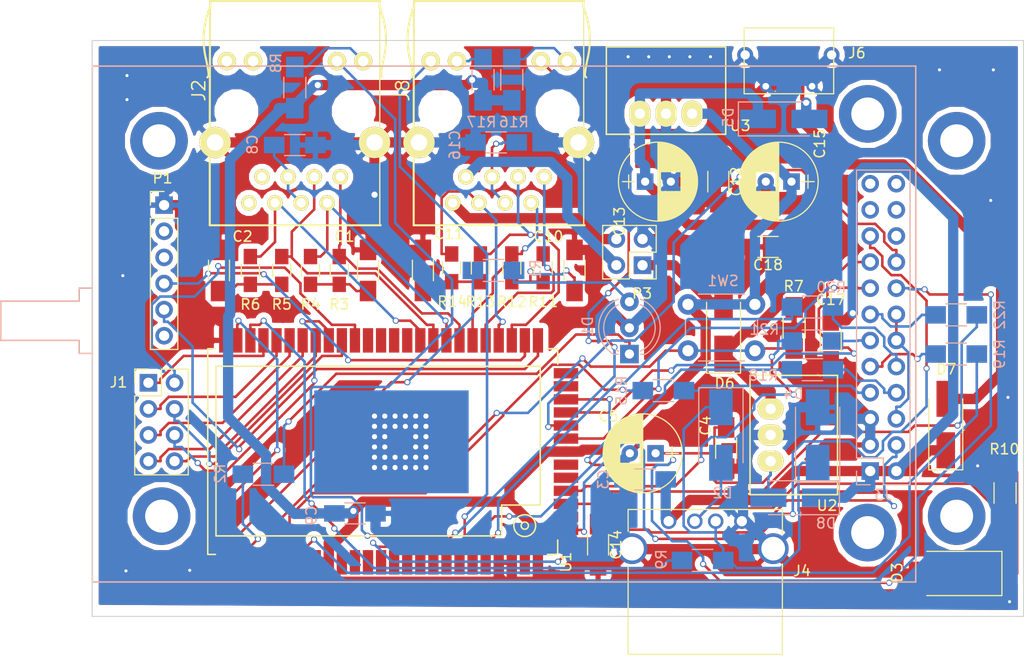
<source format=kicad_pcb>
(kicad_pcb (version 4) (host pcbnew 4.0.6)
  (layers (0 F.Cu signal) (31 B.Cu signal) (34 B.Paste user hide) (35 F.Paste user) (36 B.SilkS user) (37 F.SilkS user hide) (38 B.Mask user) (39 F.Mask user) (44 Edge.Cuts user))
  (net 0 "")
  (net 1 "Net-(C1-Pad1)")
  (net 2 GND)
  (net 3 "Net-(C2-Pad1)")
  (net 4 +3V3)
  (net 5 "Net-(C10-Pad1)")
  (net 6 "Net-(C11-Pad1)")
  (net 7 +24V)
  (net 8 "Net-(D1-Pad1)")
  (net 9 "Net-(D1-Pad3)")
  (net 10 "Net-(D2-Pad1)")
  (net 11 "Net-(D2-Pad2)")
  (net 12 "Net-(J1-Pad1)")
  (net 13 "Net-(J1-Pad2)")
  (net 14 "Net-(J1-Pad3)")
  (net 15 "Net-(J1-Pad4)")
  (net 16 "Net-(J1-Pad5)")
  (net 17 "Net-(J1-Pad6)")
  (net 18 "Net-(J1-Pad7)")
  (net 19 "Net-(J1-Pad8)")
  (net 20 /ETH1_TX+)
  (net 21 /ETH1_TX-)
  (net 22 /ETH1_RX+)
  (net 23 /ETH1_RX-)
  (net 24 "Net-(J2-Pad9)")
  (net 25 /ETH1_LED)
  (net 26 /ETH0_TX+)
  (net 27 /ETH0_TX-)
  (net 28 /ETH0_RX+)
  (net 29 /ETH0_RX-)
  (net 30 /ETH_PWR+)
  (net 31 /ETH_PWR-)
  (net 32 "Net-(J8-Pad9)")
  (net 33 /ETH0_LED)
  (net 34 "Net-(J8-Pad11)")
  (net 35 /WLAN_LED)
  (net 36 /Omega_RX)
  (net 37 /Omega_TX)
  (net 38 "Net-(R1-Pad1)")
  (net 39 "Net-(R2-Pad1)")
  (net 40 "Net-(R7-Pad2)")
  (net 41 /USB+)
  (net 42 /USB-)
  (net 43 "Net-(C8-Pad1)")
  (net 44 "Net-(C16-Pad1)")
  (net 45 /PPoE+)
  (net 46 /USBPWR)
  (net 47 +5V)
  (net 48 /LNA_EN_A)
  (net 49 "Net-(J3-Pad12)")
  (net 50 "Net-(J3-Pad7)")
  (net 51 "Net-(J3-Pad8)")
  (net 52 "Net-(J3-Pad9)")
  (net 53 "Net-(J3-Pad10)")
  (net 54 "Net-(J3-Pad11)")
  (net 55 "Net-(J3-Pad13)")
  (net 56 /SPI_CS1_RAK)
  (net 57 /SPI_MOSI)
  (net 58 /SPI_MISO)
  (net 59 /SPI_CLK)
  (net 60 /RAK_RESET)
  (net 61 /RADIO_EN_A)
  (net 62 /PA_G8)
  (net 63 /RADIO_EN_B)
  (net 64 /PA_G16)
  (net 65 /PA_EN_A)
  (net 66 /RADIO_RST)
  (net 67 /5VPWR)
  (module plan44:Stitching-VIA-0.6mm (layer F.Cu) (at 124.08 65.5828)
    (fp_text reference VIA hide)
    (fp_text value Stitching-VIA-0.6mm hide)
    (pad 1 thru_hole circle (at 0 0) (size 0.6 0.6) (drill 0.3) (layers *.Cu) (net 2 GND))
  )
  (module plan44:Stitching-VIA-0.6mm (layer F.Cu) (at 126.08 65.5828)
    (fp_text reference VIA hide)
    (fp_text value Stitching-VIA-0.6mm hide)
    (pad 1 thru_hole circle (at 0 0) (size 0.6 0.6) (drill 0.3) (layers *.Cu) (net 2 GND))
  )
  (module plan44:Stitching-VIA-0.6mm (layer F.Cu) (at 128.08 65.5828)
    (fp_text reference VIA hide)
    (fp_text value Stitching-VIA-0.6mm hide)
    (pad 1 thru_hole circle (at 0 0) (size 0.6 0.6) (drill 0.3) (layers *.Cu) (net 2 GND))
  )
  (module plan44:Stitching-VIA-0.6mm (layer F.Cu) (at 130.08 65.5828)
    (fp_text reference VIA hide)
    (fp_text value Stitching-VIA-0.6mm hide)
    (pad 1 thru_hole circle (at 0 0) (size 0.6 0.6) (drill 0.3) (layers *.Cu) (net 2 GND))
  )
  (module plan44:Stitching-VIA-0.6mm (layer F.Cu) (at 132.08 65.5828)
    (fp_text reference VIA hide)
    (fp_text value Stitching-VIA-0.6mm hide)
    (pad 1 thru_hole circle (at 0 0) (size 0.6 0.6) (drill 0.3) (layers *.Cu) (net 2 GND))
  )
  (module plan44:Stitching-VIA-0.6mm (layer F.Cu) (at 154.3304 66.8528)
    (fp_text reference VIA hide)
    (fp_text value Stitching-VIA-0.6mm hide)
    (pad 1 thru_hole circle (at 0 0) (size 0.6 0.6) (drill 0.3) (layers *.Cu) (net 2 GND))
  )
  (module plan44:Stitching-VIA-0.6mm (layer F.Cu) (at 159.5628 66.8528)
    (fp_text reference VIA hide)
    (fp_text value Stitching-VIA-0.6mm hide)
    (pad 1 thru_hole circle (at 0 0) (size 0.6 0.6) (drill 0.3) (layers *.Cu) (net 2 GND))
  )
  (module plan44:Stitching-VIA-0.6mm (layer F.Cu) (at 159.3088 79.5528)
    (fp_text reference VIA hide)
    (fp_text value Stitching-VIA-0.6mm hide)
    (pad 1 thru_hole circle (at 0 0) (size 0.6 0.6) (drill 0.3) (layers *.Cu) (net 2 GND))
  )
  (module plan44:Stitching-VIA-0.6mm (layer F.Cu) (at 160.9852 98.7044)
    (fp_text reference VIA hide)
    (fp_text value Stitching-VIA-0.6mm hide)
    (pad 1 thru_hole circle (at 0 0) (size 0.6 0.6) (drill 0.3) (layers *.Cu) (net 2 GND))
  )
  (module plan44:Stitching-VIA-0.6mm (layer F.Cu) (at 158.0388 105.3592)
    (fp_text reference VIA hide)
    (fp_text value Stitching-VIA-0.6mm hide)
    (pad 1 thru_hole circle (at 0 0) (size 0.6 0.6) (drill 0.3) (layers *.Cu) (net 2 GND))
  )
  (module plan44:Stitching-VIA-0.6mm (layer F.Cu) (at 161.1376 118.5672)
    (fp_text reference VIA hide)
    (fp_text value Stitching-VIA-0.6mm hide)
    (pad 1 thru_hole circle (at 0 0) (size 0.6 0.6) (drill 0.3) (layers *.Cu) (net 2 GND))
  )
  (module plan44:Stitching-VIA-0.6mm (layer F.Cu) (at 81.4832 115.5192)
    (fp_text reference VIA hide)
    (fp_text value Stitching-VIA-0.6mm hide)
    (pad 1 thru_hole circle (at 0 0) (size 0.6 0.6) (drill 0.3) (layers *.Cu) (net 2 GND))
  )
  (module plan44:Stitching-VIA-0.6mm (layer F.Cu) (at 75.2856 115.57)
    (fp_text reference VIA hide)
    (fp_text value Stitching-VIA-0.6mm hide)
    (pad 1 thru_hole circle (at 0 0) (size 0.6 0.6) (drill 0.3) (layers *.Cu) (net 2 GND))
  )
  (module plan44:Stitching-VIA-0.6mm (layer F.Cu) (at 74.9808 86.868)
    (fp_text reference VIA hide)
    (fp_text value Stitching-VIA-0.6mm hide)
    (pad 1 thru_hole circle (at 0 0) (size 0.6 0.6) (drill 0.3) (layers *.Cu) (net 2 GND))
  )
  (module plan44:Stitching-VIA-0.6mm (layer F.Cu) (at 75.3872 69.7484)
    (fp_text reference VIA hide)
    (fp_text value Stitching-VIA-0.6mm hide)
    (pad 1 thru_hole circle (at 0 0) (size 0.6 0.6) (drill 0.3) (layers *.Cu) (net 2 GND))
  )
  (module RAK831 (layer B.Cu) (at 147.32 112.268 180)
    (fp_text reference J3 (at -1.55 4.07 360) (layer B.SilkS) (effects (justify mirror)))
    (fp_text value RAK831)
    (pad 1 thru_hole rect (at -0.28 6.4) (size 1.7 1.7) (drill 1) (layers *.Cu *.Mask) (net 47 +5V))
    (pad 2 thru_hole oval (at -2.82 6.4) (size 1.7 1.7) (drill 1) (layers *.Cu *.Mask) (net 47 +5V))
    (pad 3 thru_hole oval (at -0.28 8.94) (size 1.7 1.7) (drill 1) (layers *.Cu *.Mask) (net 2 GND))
    (pad 4 thru_hole oval (at -2.82 8.94) (size 1.7 1.7) (drill 1) (layers *.Cu *.Mask) (net 48 /LNA_EN_A))
    (pad 5 thru_hole oval (at -0.28 11.48) (size 1.7 1.7) (drill 1) (layers *.Cu *.Mask) (net 2 GND))
    (pad 6 thru_hole oval (at -2.82 11.48) (size 1.7 1.7) (drill 1) (layers *.Cu *.Mask) (net 49 "Net-(J3-Pad12)"))
    (pad 7 thru_hole oval (at -0.28 14.02) (size 1.7 1.7) (drill 1) (layers *.Cu *.Mask) (net 50 "Net-(J3-Pad7)"))
    (pad 8 thru_hole oval (at -2.82 14.02) (size 1.7 1.7) (drill 1) (layers *.Cu *.Mask) (net 51 "Net-(J3-Pad8)"))
    (pad 9 thru_hole oval (at -0.28 16.56) (size 1.7 1.7) (drill 1) (layers *.Cu *.Mask) (net 52 "Net-(J3-Pad9)"))
    (pad 10 thru_hole oval (at -2.82 16.56) (size 1.7 1.7) (drill 1) (layers *.Cu *.Mask) (net 53 "Net-(J3-Pad10)"))
    (pad 11 thru_hole oval (at -0.28 19.1) (size 1.7 1.7) (drill 1) (layers *.Cu *.Mask) (net 54 "Net-(J3-Pad11)"))
    (pad 12 thru_hole oval (at -2.82 19.1) (size 1.7 1.7) (drill 1) (layers *.Cu *.Mask) (net 49 "Net-(J3-Pad12)"))
    (pad 13 thru_hole oval (at -0.28 21.64) (size 1.7 1.7) (drill 1) (layers *.Cu *.Mask) (net 55 "Net-(J3-Pad13)"))
    (pad 14 thru_hole oval (at -2.82 21.64) (size 1.7 1.7) (drill 1) (layers *.Cu *.Mask) (net 49 "Net-(J3-Pad12)"))
    (pad 15 thru_hole oval (at -0.28 24.18) (size 1.7 1.7) (drill 1) (layers *.Cu *.Mask) (net 56 /SPI_CS1_RAK))
    (pad 16 thru_hole oval (at -2.82 24.18) (size 1.7 1.7) (drill 1) (layers *.Cu *.Mask) (net 57 /SPI_MOSI))
    (pad 17 thru_hole oval (at -0.28 26.72) (size 1.7 1.7) (drill 1) (layers *.Cu *.Mask) (net 58 /SPI_MISO))
    (pad 18 thru_hole oval (at -2.82 26.72) (size 1.7 1.7) (drill 1) (layers *.Cu *.Mask) (net 59 /SPI_CLK))
    (pad 19 thru_hole oval (at -0.28 29.26) (size 1.7 1.7) (drill 1) (layers *.Cu *.Mask) (net 60 /RAK_RESET))
    (pad 20 thru_hole oval (at -2.82 29.26) (size 1.7 1.7) (drill 1) (layers *.Cu *.Mask))
    (pad 21 thru_hole oval (at -0.28 31.8) (size 1.7 1.7) (drill 1) (layers *.Cu *.Mask))
    (pad 22 thru_hole oval (at -2.82 31.8) (size 1.7 1.7) (drill 1) (layers *.Cu *.Mask))
    (pad 23 thru_hole oval (at -0.28 34.34) (size 1.7 1.7) (drill 1) (layers *.Cu *.Mask))
    (pad 24 thru_hole oval (at -2.82 34.34) (size 1.7 1.7) (drill 1) (layers *.Cu *.Mask))
    (pad "" thru_hole circle (at -0.03 0.42 180) (size 5.6 5.6) (drill 3.2) (layers *.Cu *.Mask))
    (pad "" thru_hole circle (at -0.04 41.13 180) (size 5.6 5.6) (drill 3.2) (layers *.Cu *.Mask))
  )
  (module Capacitors_SMD:C_1206_HandSoldering (layer F.Cu) (at 98.806 86.36 90)
    (fp_text reference C1 (at 3.302 -2.286 180) (layer F.SilkS))
    (fp_text value 100nF)
    (pad 1 smd rect (at -2 0 90) (size 2 1.6) (layers F.Cu F.Paste F.Mask) (net 1 "Net-(C1-Pad1)"))
    (pad 2 smd rect (at 2 0 90) (size 2 1.6) (layers F.Cu F.Paste F.Mask) (net 2 GND))
  )
  (module Capacitors_SMD:C_1206_HandSoldering (layer F.Cu) (at 84.328 86.36 90)
    (fp_text reference C2 (at 3.302 2.286 180) (layer F.SilkS))
    (fp_text value 100nF)
    (pad 1 smd rect (at -2 0 90) (size 2 1.6) (layers F.Cu F.Paste F.Mask) (net 3 "Net-(C2-Pad1)"))
    (pad 2 smd rect (at 2 0 90) (size 2 1.6) (layers F.Cu F.Paste F.Mask) (net 2 GND))
  )
  (module Capacitors_SMD:C_1206_HandSoldering (layer B.Cu) (at 125.73 106.68 180)
    (fp_text reference C3 (at 4.064 0 450) (layer B.SilkS) (effects (justify mirror)))
    (fp_text value 100nF)
    (pad 1 smd rect (at -2 0 180) (size 2 1.6) (layers B.Cu B.Paste B.Mask) (net 47 +5V))
    (pad 2 smd rect (at 2 0 180) (size 2 1.6) (layers B.Cu B.Paste B.Mask) (net 2 GND))
  )
  (module Capacitors_SMD:C_1206_HandSoldering (layer F.Cu) (at 133.604 103.632 270)
    (fp_text reference C4 (at -2.184 2.008 270) (layer F.SilkS))
    (fp_text value 100nF)
    (pad 1 smd rect (at -2 0 270) (size 2 1.6) (layers F.Cu F.Paste F.Mask) (net 67 /5VPWR))
    (pad 2 smd rect (at 2 0 270) (size 2 1.6) (layers F.Cu F.Paste F.Mask) (net 2 GND))
  )
  (module Capacitors_SMD:C_1206_HandSoldering (layer B.Cu) (at 91.694 74.168)
    (fp_text reference C8 (at -4.1148 -0.0508 90) (layer B.SilkS) (effects (justify mirror)))
    (fp_text value 1uF)
    (pad 1 smd rect (at -2 0) (size 2 1.6) (layers B.Cu B.Paste B.Mask) (net 43 "Net-(C8-Pad1)"))
    (pad 2 smd rect (at 2 0) (size 2 1.6) (layers B.Cu B.Paste B.Mask) (net 2 GND))
  )
  (module Capacitors_SMD:C_1206_HandSoldering (layer B.Cu) (at 97.536 109.982)
    (fp_text reference C9 (at -4.236 0.214 270) (layer B.SilkS) (effects (justify mirror)))
    (fp_text value 100nF)
    (pad 1 smd rect (at -2 0) (size 2 1.6) (layers B.Cu B.Paste B.Mask) (net 4 +3V3))
    (pad 2 smd rect (at 2 0) (size 2 1.6) (layers B.Cu B.Paste B.Mask) (net 2 GND))
  )
  (module Capacitors_SMD:C_1206_HandSoldering (layer F.Cu) (at 118.872 86.36 90)
    (fp_text reference C10 (at 3.302 -2.54 180) (layer F.SilkS))
    (fp_text value 100nF)
    (pad 1 smd rect (at -2 0 90) (size 2 1.6) (layers F.Cu F.Paste F.Mask) (net 5 "Net-(C10-Pad1)"))
    (pad 2 smd rect (at 2 0 90) (size 2 1.6) (layers F.Cu F.Paste F.Mask) (net 2 GND))
  )
  (module Capacitors_SMD:C_1206_HandSoldering (layer F.Cu) (at 104.14 86.36 90)
    (fp_text reference C11 (at 3.556 2.54 180) (layer F.SilkS))
    (fp_text value 100nF)
    (pad 1 smd rect (at -2 0 90) (size 2 1.6) (layers F.Cu F.Paste F.Mask) (net 6 "Net-(C11-Pad1)"))
    (pad 2 smd rect (at 2 0 90) (size 2 1.6) (layers F.Cu F.Paste F.Mask) (net 2 GND))
  )
  (module Capacitors_SMD:C_1206_HandSoldering (layer F.Cu) (at 132.842 77.724 270)
    (fp_text reference C12 (at 0 -1.75 270) (layer F.SilkS))
    (fp_text value 100nF)
    (pad 1 smd rect (at -2 0 270) (size 2 1.6) (layers F.Cu F.Paste F.Mask) (net 7 +24V))
    (pad 2 smd rect (at 2 0 270) (size 2 1.6) (layers F.Cu F.Paste F.Mask) (net 2 GND))
  )
  (module Capacitors_ThroughHole:CP_Radial_D7.5mm_P2.50mm (layer F.Cu) (at 125.73 77.724)
    (fp_text reference C13 (at -2.486 3.88 90) (layer F.SilkS))
    (fp_text value "10uF 50VDC")
    (pad 1 thru_hole rect (at 0 0) (size 1.6 1.6) (drill 0.8) (layers *.Cu *.Mask) (net 7 +24V))
    (pad 2 thru_hole circle (at 2.5 0) (size 1.6 1.6) (drill 0.8) (layers *.Cu *.Mask) (net 2 GND))
  )
  (module Capacitors_SMD:C_1206_HandSoldering (layer F.Cu) (at 121.158 113.03 270)
    (fp_text reference C14 (at 0 -1.75 270) (layer F.SilkS))
    (fp_text value 100nF)
    (pad 1 smd rect (at -2 0 270) (size 2 1.6) (layers F.Cu F.Paste F.Mask) (net 4 +3V3))
    (pad 2 smd rect (at 2 0 270) (size 2 1.6) (layers F.Cu F.Paste F.Mask) (net 2 GND))
  )
  (module Capacitors_ThroughHole:CP_Radial_D7.5mm_P2.50mm (layer F.Cu) (at 139.954 77.724 180)
    (fp_text reference C15 (at -2.74 3.682 270) (layer F.SilkS))
    (fp_text value "22uF 25V")
    (pad 1 thru_hole rect (at 0 0 180) (size 1.6 1.6) (drill 0.8) (layers *.Cu *.Mask) (net 4 +3V3))
    (pad 2 thru_hole circle (at 2.5 0 180) (size 1.6 1.6) (drill 0.8) (layers *.Cu *.Mask) (net 2 GND))
  )
  (module Capacitors_SMD:C_1206_HandSoldering (layer B.Cu) (at 111.252 73.914 180)
    (fp_text reference C16 (at 4.0132 -0.254 270) (layer B.SilkS) (effects (justify mirror)))
    (fp_text value 1uF)
    (pad 1 smd rect (at -2 0 180) (size 2 1.6) (layers B.Cu B.Paste B.Mask) (net 44 "Net-(C16-Pad1)"))
    (pad 2 smd rect (at 2 0 180) (size 2 1.6) (layers B.Cu B.Paste B.Mask) (net 2 GND))
  )
  (module Capacitors_SMD:C_1206_HandSoldering (layer F.Cu) (at 143.764 93.218 270)
    (fp_text reference C17 (at -4.0132 0 360) (layer F.SilkS))
    (fp_text value 100nF)
    (pad 1 smd rect (at -2 0 270) (size 2 1.6) (layers F.Cu F.Paste F.Mask) (net 47 +5V))
    (pad 2 smd rect (at 2 0 270) (size 2 1.6) (layers F.Cu F.Paste F.Mask) (net 2 GND))
  )
  (module Capacitors_SMD:C_1206_HandSoldering (layer F.Cu) (at 137.668 84.074 180)
    (fp_text reference C18 (at 0 -1.75 180) (layer F.SilkS))
    (fp_text value 100nF)
    (pad 1 smd rect (at -2 0 180) (size 2 1.6) (layers F.Cu F.Paste F.Mask) (net 4 +3V3))
    (pad 2 smd rect (at 2 0 180) (size 2 1.6) (layers F.Cu F.Paste F.Mask) (net 2 GND))
  )
  (module LEDs:LED_D5.0mm-3 (layer B.Cu) (at 124.206 94.488 90)
    (fp_text reference D1 (at 2.706 -4.06 90) (layer B.SilkS) (effects (justify mirror)))
    (fp_text value "Everlight 339-1SURSYGW/S530-A3")
    (pad 1 thru_hole rect (at 0 0 90) (size 1.8 1.8) (drill 0.9) (layers *.Cu *.Mask) (net 8 "Net-(D1-Pad1)"))
    (pad 2 thru_hole circle (at 2.54 0 90) (size 1.8 1.8) (drill 0.9) (layers *.Cu *.Mask) (net 2 GND))
    (pad 3 thru_hole circle (at 5.08 0 90) (size 1.8 1.8) (drill 0.9) (layers *.Cu *.Mask) (net 9 "Net-(D1-Pad3)"))
  )
  (module Diodes_SMD:D_SMB_Handsoldering (layer B.Cu) (at 133.096 102.362 270)
    (fp_text reference D2 (at 5.6388 -0.1524 540) (layer B.SilkS) (effects (justify mirror)))
    (fp_text value DO-214AA)
    (pad 1 smd rect (at -2.7 0 270) (size 3.5 2.3) (layers B.Cu B.Paste B.Mask) (net 10 "Net-(D2-Pad1)"))
    (pad 2 smd rect (at 2.7 0 270) (size 3.5 2.3) (layers B.Cu B.Paste B.Mask) (net 11 "Net-(D2-Pad2)"))
  )
  (module Diodes_SMD:D_SMB_Handsoldering (layer F.Cu) (at 155.796 115.824 180)
    (fp_text reference D3 (at 5.576 0.092 270) (layer F.SilkS))
    (fp_text value DO-214AA)
    (pad 1 smd rect (at -2.7 0 180) (size 3.5 2.3) (layers F.Cu F.Paste F.Mask) (net 11 "Net-(D2-Pad2)"))
    (pad 2 smd rect (at 2.7 0 180) (size 3.5 2.3) (layers F.Cu F.Paste F.Mask) (net 2 GND))
  )
  (module Diodes_SMD:D_SMB_Handsoldering (layer B.Cu) (at 142.494 102.362 90)
    (fp_text reference D4 (at 4.0132 -2.3368 360) (layer B.SilkS) (effects (justify mirror)))
    (fp_text value DO-214AA)
    (pad 1 smd rect (at -2.7 0 90) (size 3.5 2.3) (layers B.Cu B.Paste B.Mask) (net 10 "Net-(D2-Pad1)"))
    (pad 2 smd rect (at 2.7 0 90) (size 3.5 2.3) (layers B.Cu B.Paste B.Mask) (net 2 GND))
  )
  (module Diodes_SMD:D_SMA_Handsoldering (layer B.Cu) (at 139.192 71.628)
    (fp_text reference D5 (at -5.3848 -0.1524 90) (layer B.SilkS) (effects (justify mirror)))
    (fp_text value STPS1L30A)
    (pad 1 smd rect (at -2.5 0) (size 3.5 1.8) (layers B.Cu B.Paste B.Mask) (net 7 +24V))
    (pad 2 smd rect (at 2.5 0) (size 3.5 1.8) (layers B.Cu B.Paste B.Mask) (net 46 /USBPWR))
  )
  (module Diodes_SMD:D_SMA_Handsoldering (layer F.Cu) (at 133.35 91.948 90)
    (fp_text reference D6 (at -5.3848 0.1016 180) (layer F.SilkS))
    (fp_text value STPS1L30A)
    (pad 1 smd rect (at -2.5 0 90) (size 3.5 1.8) (layers F.Cu F.Paste F.Mask) (net 7 +24V))
    (pad 2 smd rect (at 2.5 0 90) (size 3.5 1.8) (layers F.Cu F.Paste F.Mask) (net 45 /PPoE+))
  )
  (module Pin_Headers:Pin_Header_Straight_2x04_Pitch2.54mm (layer F.Cu) (at 77.47 97.282)
    (fp_text reference J1 (at -2.908 -0.046) (layer F.SilkS))
    (fp_text value CONN_02X04)
    (pad 1 thru_hole rect (at 0 0) (size 1.7 1.7) (drill 1) (layers *.Cu *.Mask) (net 12 "Net-(J1-Pad1)"))
    (pad 2 thru_hole oval (at 2.54 0) (size 1.7 1.7) (drill 1) (layers *.Cu *.Mask) (net 13 "Net-(J1-Pad2)"))
    (pad 3 thru_hole oval (at 0 2.54) (size 1.7 1.7) (drill 1) (layers *.Cu *.Mask) (net 14 "Net-(J1-Pad3)"))
    (pad 4 thru_hole oval (at 2.54 2.54) (size 1.7 1.7) (drill 1) (layers *.Cu *.Mask) (net 15 "Net-(J1-Pad4)"))
    (pad 5 thru_hole oval (at 0 5.08) (size 1.7 1.7) (drill 1) (layers *.Cu *.Mask) (net 16 "Net-(J1-Pad5)"))
    (pad 6 thru_hole oval (at 2.54 5.08) (size 1.7 1.7) (drill 1) (layers *.Cu *.Mask) (net 17 "Net-(J1-Pad6)"))
    (pad 7 thru_hole oval (at 0 7.62) (size 1.7 1.7) (drill 1) (layers *.Cu *.Mask) (net 18 "Net-(J1-Pad7)"))
    (pad 8 thru_hole oval (at 2.54 7.62) (size 1.7 1.7) (drill 1) (layers *.Cu *.Mask) (net 19 "Net-(J1-Pad8)"))
  )
  (module Connect:USB_A (layer F.Cu) (at 128.016 110.744)
    (fp_text reference J4 (at 12.954 4.826) (layer F.SilkS))
    (fp_text value USB_A)
    (pad 4 thru_hole circle (at 7.11 0 270) (size 1.5 1.5) (drill 1) (layers *.Cu *.Mask) (net 2 GND))
    (pad 3 thru_hole circle (at 4.57 0 270) (size 1.5 1.5) (drill 1) (layers *.Cu *.Mask) (net 10 "Net-(D2-Pad1)"))
    (pad 2 thru_hole circle (at 2.54 0 270) (size 1.5 1.5) (drill 1) (layers *.Cu *.Mask) (net 11 "Net-(D2-Pad2)"))
    (pad 1 thru_hole circle (at 0 0 270) (size 1.5 1.5) (drill 1) (layers *.Cu *.Mask) (net 47 +5V))
    (pad 5 thru_hole circle (at 10.16 2.67 270) (size 3 3) (drill 2.3) (layers *.Cu *.Mask) (net 2 GND))
    (pad 5 thru_hole circle (at -3.56 2.67 270) (size 3 3) (drill 2.3) (layers *.Cu *.Mask) (net 2 GND))
  )
  (module Mounting_Holes:MountingHole_3.2mm_M3_DIN965_Pad (layer F.Cu) (at 78.5 73.75)
    (fp_text reference MH1 hide)
    (fp_text value CONN_01X01)
    (pad 1 thru_hole circle (at 0 0) (size 5.6 5.6) (drill 3.2) (layers *.Cu *.Mask))
  )
  (module Mounting_Holes:MountingHole_3.2mm_M3_DIN965_Pad (layer F.Cu) (at 156 73.75)
    (fp_text reference MH2 hide)
    (fp_text value CONN_01X01)
    (pad 1 thru_hole circle (at 0 0) (size 5.6 5.6) (drill 3.2) (layers *.Cu *.Mask))
  )
  (module Mounting_Holes:MountingHole_3.2mm_M3_DIN965_Pad (layer F.Cu) (at 78.75 110.25)
    (fp_text reference MH3 hide)
    (fp_text value CONN_01X01)
    (pad 1 thru_hole circle (at 0 0) (size 5.6 5.6) (drill 3.2) (layers *.Cu *.Mask))
  )
  (module Mounting_Holes:MountingHole_3.2mm_M3_DIN965_Pad (layer F.Cu) (at 156 110.25)
    (fp_text reference MH4 hide)
    (fp_text value CONN_01X01)
    (pad 1 thru_hole circle (at 0 0) (size 5.6 5.6) (drill 3.2) (layers *.Cu *.Mask))
  )
  (module Pin_Headers:Pin_Header_Straight_1x06_Pitch2.54mm (layer F.Cu) (at 78.994 80.01)
    (fp_text reference P1 (at -0.148 -2.62) (layer F.SilkS))
    (fp_text value FDI_Cable)
    (pad 1 thru_hole rect (at 0 0) (size 1.7 1.7) (drill 1) (layers *.Cu *.Mask) (net 2 GND))
    (pad 2 thru_hole oval (at 0 2.54) (size 1.7 1.7) (drill 1) (layers *.Cu *.Mask))
    (pad 3 thru_hole oval (at 0 5.08) (size 1.7 1.7) (drill 1) (layers *.Cu *.Mask))
    (pad 4 thru_hole oval (at 0 7.62) (size 1.7 1.7) (drill 1) (layers *.Cu *.Mask) (net 36 /Omega_RX))
    (pad 5 thru_hole oval (at 0 10.16) (size 1.7 1.7) (drill 1) (layers *.Cu *.Mask) (net 37 /Omega_TX))
    (pad 6 thru_hole oval (at 0 12.7) (size 1.7 1.7) (drill 1) (layers *.Cu *.Mask))
  )
  (module Pin_Headers:Pin_Header_Straight_2x02_Pitch2.54mm (layer F.Cu) (at 125.476 85.852 180)
    (fp_text reference P3 (at 0.04 -2.756 180) (layer F.SilkS))
    (fp_text value CONN_02X02)
    (pad 1 thru_hole rect (at 0 0 180) (size 1.7 1.7) (drill 1) (layers *.Cu *.Mask) (net 45 /PPoE+))
    (pad 2 thru_hole oval (at 2.54 0 180) (size 1.7 1.7) (drill 1) (layers *.Cu *.Mask) (net 30 /ETH_PWR+))
    (pad 3 thru_hole oval (at 0 2.54 180) (size 1.7 1.7) (drill 1) (layers *.Cu *.Mask) (net 2 GND))
    (pad 4 thru_hole oval (at 2.54 2.54 180) (size 1.7 1.7) (drill 1) (layers *.Cu *.Mask) (net 31 /ETH_PWR-))
  )
  (module Resistors_SMD:R_1206_HandSoldering (layer B.Cu) (at 110.998 86.36)
    (fp_text reference R1 (at 4.082 -0.116 270) (layer B.SilkS) (effects (justify mirror)))
    (fp_text value 470)
    (pad 1 smd rect (at -2 0) (size 2 1.7) (layers B.Cu B.Paste B.Mask) (net 38 "Net-(R1-Pad1)"))
    (pad 2 smd rect (at 2 0) (size 2 1.7) (layers B.Cu B.Paste B.Mask) (net 9 "Net-(D1-Pad3)"))
  )
  (module Resistors_SMD:R_1206_HandSoldering (layer B.Cu) (at 88.646 106.172)
    (fp_text reference R2 (at -4.2164 -0.0508 270) (layer B.SilkS) (effects (justify mirror)))
    (fp_text value 1k2)
    (pad 1 smd rect (at -2 0) (size 2 1.7) (layers B.Cu B.Paste B.Mask) (net 39 "Net-(R2-Pad1)"))
    (pad 2 smd rect (at 2 0) (size 2 1.7) (layers B.Cu B.Paste B.Mask) (net 8 "Net-(D1-Pad1)"))
  )
  (module Resistors_SMD:R_0805_HandSoldering (layer F.Cu) (at 96.012 86.36 90)
    (fp_text reference R3 (at -3.302 0 180) (layer F.SilkS))
    (fp_text value 49.9_1%)
    (pad 1 smd rect (at -1.35 0 90) (size 1.5 1.3) (layers F.Cu F.Paste F.Mask) (net 1 "Net-(C1-Pad1)"))
    (pad 2 smd rect (at 1.35 0 90) (size 1.5 1.3) (layers F.Cu F.Paste F.Mask) (net 20 /ETH1_TX+))
  )
  (module Resistors_SMD:R_0805_HandSoldering (layer F.Cu) (at 93.218 86.36 90)
    (fp_text reference R4 (at -3.302 0 180) (layer F.SilkS))
    (fp_text value 49.9_1%)
    (pad 1 smd rect (at -1.35 0 90) (size 1.5 1.3) (layers F.Cu F.Paste F.Mask) (net 1 "Net-(C1-Pad1)"))
    (pad 2 smd rect (at 1.35 0 90) (size 1.5 1.3) (layers F.Cu F.Paste F.Mask) (net 21 /ETH1_TX-))
  )
  (module Resistors_SMD:R_0805_HandSoldering (layer F.Cu) (at 90.424 86.36 90)
    (fp_text reference R5 (at -3.302 0 180) (layer F.SilkS))
    (fp_text value 49.9_1%)
    (pad 1 smd rect (at -1.35 0 90) (size 1.5 1.3) (layers F.Cu F.Paste F.Mask) (net 3 "Net-(C2-Pad1)"))
    (pad 2 smd rect (at 1.35 0 90) (size 1.5 1.3) (layers F.Cu F.Paste F.Mask) (net 22 /ETH1_RX+))
  )
  (module Resistors_SMD:R_0805_HandSoldering (layer F.Cu) (at 87.376 86.36 90)
    (fp_text reference R6 (at -3.302 0 180) (layer F.SilkS))
    (fp_text value 49.9_1%)
    (pad 1 smd rect (at -1.35 0 90) (size 1.5 1.3) (layers F.Cu F.Paste F.Mask) (net 3 "Net-(C2-Pad1)"))
    (pad 2 smd rect (at 1.35 0 90) (size 1.5 1.3) (layers F.Cu F.Paste F.Mask) (net 23 /ETH1_RX-))
  )
  (module Resistors_SMD:R_1206_HandSoldering (layer F.Cu) (at 140.208 91.948 270)
    (fp_text reference R7 (at -4.064 0.0508 360) (layer F.SilkS))
    (fp_text value 10k)
    (pad 1 smd rect (at -2 0 270) (size 2 1.7) (layers F.Cu F.Paste F.Mask) (net 2 GND))
    (pad 2 smd rect (at 2 0 270) (size 2 1.7) (layers F.Cu F.Paste F.Mask) (net 40 "Net-(R7-Pad2)"))
  )
  (module Resistors_SMD:R_1206_HandSoldering (layer B.Cu) (at 91.694 68.58 270)
    (fp_text reference R8 (at -2.3876 1.8288 270) (layer B.SilkS) (effects (justify mirror)))
    (fp_text value 1k)
    (pad 1 smd rect (at -2 0 270) (size 2 1.7) (layers B.Cu B.Paste B.Mask) (net 24 "Net-(J2-Pad9)"))
    (pad 2 smd rect (at 2 0 270) (size 2 1.7) (layers B.Cu B.Paste B.Mask) (net 4 +3V3))
  )
  (module Resistors_SMD:R_1206_HandSoldering (layer B.Cu) (at 131.318 114.554)
    (fp_text reference R9 (at -4.0132 -0.1016 90) (layer B.SilkS) (effects (justify mirror)))
    (fp_text value 47R)
    (pad 1 smd rect (at -2 0) (size 2 1.7) (layers B.Cu B.Paste B.Mask) (net 41 /USB+))
    (pad 2 smd rect (at 2 0) (size 2 1.7) (layers B.Cu B.Paste B.Mask) (net 10 "Net-(D2-Pad1)"))
  )
  (module Resistors_SMD:R_1206_HandSoldering (layer F.Cu) (at 160.7 108 270)
    (fp_text reference R10 (at -4.2664 0.0704 360) (layer F.SilkS))
    (fp_text value 47R)
    (pad 1 smd rect (at -2 0 270) (size 2 1.7) (layers F.Cu F.Paste F.Mask) (net 42 /USB-))
    (pad 2 smd rect (at 2 0 270) (size 2 1.7) (layers F.Cu F.Paste F.Mask) (net 11 "Net-(D2-Pad2)"))
  )
  (module Resistors_SMD:R_0805_HandSoldering (layer F.Cu) (at 115.824 86.106 90)
    (fp_text reference R11 (at -3.302 0 180) (layer F.SilkS))
    (fp_text value 49.9_1%)
    (pad 1 smd rect (at -1.35 0 90) (size 1.5 1.3) (layers F.Cu F.Paste F.Mask) (net 5 "Net-(C10-Pad1)"))
    (pad 2 smd rect (at 1.35 0 90) (size 1.5 1.3) (layers F.Cu F.Paste F.Mask) (net 26 /ETH0_TX+))
  )
  (module Resistors_SMD:R_0805_HandSoldering (layer F.Cu) (at 112.776 86.106 90)
    (fp_text reference R12 (at -3.302 0 180) (layer F.SilkS))
    (fp_text value 49.9_1%)
    (pad 1 smd rect (at -1.35 0 90) (size 1.5 1.3) (layers F.Cu F.Paste F.Mask) (net 5 "Net-(C10-Pad1)"))
    (pad 2 smd rect (at 1.35 0 90) (size 1.5 1.3) (layers F.Cu F.Paste F.Mask) (net 27 /ETH0_TX-))
  )
  (module Resistors_SMD:R_0805_HandSoldering (layer F.Cu) (at 109.728 86.106 90)
    (fp_text reference R13 (at -3.302 0 180) (layer F.SilkS))
    (fp_text value 49.9_1%)
    (pad 1 smd rect (at -1.35 0 90) (size 1.5 1.3) (layers F.Cu F.Paste F.Mask) (net 6 "Net-(C11-Pad1)"))
    (pad 2 smd rect (at 1.35 0 90) (size 1.5 1.3) (layers F.Cu F.Paste F.Mask) (net 28 /ETH0_RX+))
  )
  (module Resistors_SMD:R_0805_HandSoldering (layer F.Cu) (at 106.934 86.106 90)
    (fp_text reference R14 (at -3.292 0.06 180) (layer F.SilkS))
    (fp_text value 49.9_1%)
    (pad 1 smd rect (at -1.35 0 90) (size 1.5 1.3) (layers F.Cu F.Paste F.Mask) (net 6 "Net-(C11-Pad1)"))
    (pad 2 smd rect (at 1.35 0 90) (size 1.5 1.3) (layers F.Cu F.Paste F.Mask) (net 29 /ETH0_RX-))
  )
  (module Resistors_SMD:R_1206_HandSoldering (layer B.Cu) (at 127.508 98.044 180)
    (fp_text reference R15 (at 4.064 0 270) (layer B.SilkS) (effects (justify mirror)))
    (fp_text value 0R)
    (pad 1 smd rect (at -2 0 180) (size 2 1.7) (layers B.Cu B.Paste B.Mask) (net 50 "Net-(J3-Pad7)"))
    (pad 2 smd rect (at 2 0 180) (size 2 1.7) (layers B.Cu B.Paste B.Mask) (net 61 /RADIO_EN_A))
  )
  (module Resistors_SMD:R_1206_HandSoldering (layer B.Cu) (at 112.776 67.818 270)
    (fp_text reference R16 (at 4.1148 -0.2032 360) (layer B.SilkS) (effects (justify mirror)))
    (fp_text value 1k)
    (pad 1 smd rect (at -2 0 270) (size 2 1.7) (layers B.Cu B.Paste B.Mask) (net 32 "Net-(J8-Pad9)"))
    (pad 2 smd rect (at 2 0 270) (size 2 1.7) (layers B.Cu B.Paste B.Mask) (net 4 +3V3))
  )
  (module Resistors_SMD:R_1206_HandSoldering (layer B.Cu) (at 109.982 67.818 270)
    (fp_text reference R17 (at 4.1148 0.1524 360) (layer B.SilkS) (effects (justify mirror)))
    (fp_text value 1k)
    (pad 1 smd rect (at -2 0 270) (size 2 1.7) (layers B.Cu B.Paste B.Mask) (net 34 "Net-(J8-Pad11)"))
    (pad 2 smd rect (at 2 0 270) (size 2 1.7) (layers B.Cu B.Paste B.Mask) (net 4 +3V3))
  )
  (module Buttons_Switches_ThroughHole:SW_PUSH_6mm_h4.3mm (layer B.Cu) (at 136.398 89.662 180)
    (fp_text reference SW1 (at 3.0988 2.286 360) (layer B.SilkS) (effects (justify mirror)))
    (fp_text value "Omron PB")
    (pad 2 thru_hole circle (at 0 -4.5 90) (size 2 2) (drill 1.1) (layers *.Cu *.Mask) (net 40 "Net-(R7-Pad2)"))
    (pad 1 thru_hole circle (at 0 0 90) (size 2 2) (drill 1.1) (layers *.Cu *.Mask) (net 4 +3V3))
    (pad 2 thru_hole circle (at 6.5 -4.5 90) (size 2 2) (drill 1.1) (layers *.Cu *.Mask) (net 40 "Net-(R7-Pad2)"))
    (pad 1 thru_hole circle (at 6.5 0 90) (size 2 2) (drill 1.1) (layers *.Cu *.Mask) (net 4 +3V3))
  )
  (module Diodes_SMD:D_SMA_Handsoldering (layer F.Cu) (at 154.94 101.346 90)
    (fp_text reference D7 (at 5.3848 0.0508 180) (layer F.SilkS))
    (fp_text value STPS1L30A)
    (pad 1 smd rect (at -2.5 0 90) (size 3.5 1.8) (layers F.Cu F.Paste F.Mask) (net 47 +5V))
    (pad 2 smd rect (at 2.5 0 90) (size 3.5 1.8) (layers F.Cu F.Paste F.Mask) (net 46 /USBPWR))
  )
  (module plan44:HLJ-6115ANL (layer F.Cu) (at 92.964 71.374)
    (fp_text reference J2 (at -10.6 -2.512 90) (layer F.SilkS) (effects (font (size 1.27 1.27))))
    (fp_text value HLJ-6115ANL)
    (pad "" np_thru_hole circle (at 4.45 -0.5) (size 3.25 3.25) (drill 3.25) (layers *.Cu *.Mask))
    (pad 1 thru_hole circle (at 3.15468 5.8801) (size 1.4986 1.4986) (drill 0.89916) (layers *.Cu *.Mask F.Paste F.SilkS) (net 20 /ETH1_TX+))
    (pad 2 thru_hole circle (at 1.88468 8.4201) (size 1.4986 1.4986) (drill 0.89916) (layers *.Cu *.Mask F.Paste F.SilkS) (net 21 /ETH1_TX-))
    (pad 3 thru_hole circle (at 0.61468 5.8801) (size 1.4986 1.4986) (drill 0.89916) (layers *.Cu *.Mask F.Paste F.SilkS) (net 22 /ETH1_RX+))
    (pad 4 thru_hole circle (at -0.65278 8.4201) (size 1.4986 1.4986) (drill 0.89916) (layers *.Cu *.Mask F.Paste F.SilkS) (net 43 "Net-(C8-Pad1)"))
    (pad 5 thru_hole circle (at -1.92278 5.8801) (size 1.4986 1.4986) (drill 0.89916) (layers *.Cu *.Mask F.Paste F.SilkS) (net 43 "Net-(C8-Pad1)"))
    (pad 6 thru_hole circle (at -3.19278 8.4201) (size 1.4986 1.4986) (drill 0.89916) (layers *.Cu *.Mask F.Paste F.SilkS) (net 23 /ETH1_RX-))
    (pad 7 thru_hole circle (at -4.46278 5.8801) (size 1.4986 1.4986) (drill 0.89916) (layers *.Cu *.Mask F.Paste F.SilkS))
    (pad 8 thru_hole circle (at -5.73278 8.4201) (size 1.4986 1.4986) (drill 0.89916) (layers *.Cu *.Mask F.Paste F.SilkS))
    (pad 9 thru_hole circle (at 5.36956 -5.36956) (size 1.778 1.778) (drill 1.016) (layers *.Cu *.Mask F.Paste F.SilkS) (net 24 "Net-(J2-Pad9)"))
    (pad 10 thru_hole circle (at 2.82956 -5.36956) (size 1.778 1.778) (drill 1.016) (layers *.Cu *.Mask F.Paste F.SilkS) (net 25 /ETH1_LED))
    (pad 11 thru_hole circle (at -5.32892 -5.36956) (size 1.778 1.778) (drill 1.016) (layers *.Cu *.Mask F.Paste F.SilkS))
    (pad 12 thru_hole circle (at -7.86892 -5.36956) (size 1.778 1.778) (drill 1.016) (layers *.Cu *.Mask F.Paste F.SilkS))
    (pad S1 thru_hole circle (at 6.477 2.54) (size 3.048 3.048) (drill 1.59766) (layers *.Cu *.Mask F.Paste F.SilkS) (net 2 GND))
    (pad S2 thru_hole circle (at -9.017 2.54) (size 3.048 3.048) (drill 1.59766) (layers *.Cu *.Mask F.Paste F.SilkS) (net 2 GND))
    (pad "" np_thru_hole circle (at -6.95 -0.5) (size 3.25 3.25) (drill 3.25) (layers *.Cu *.Mask))
  )
  (module plan44:USB_Micro-B-SMD (layer F.Cu) (at 139.7 66.802 180)
    (fp_text reference J6 (at -6.604 1.5748 180) (layer F.SilkS))
    (fp_text value USB_Micro_AB)
    (pad 6 thru_hole circle (at -2.25 -1.65 180) (size 1.1 1.1) (drill 0.65) (layers *.Cu *.Mask) (net 2 GND))
    (pad 1 smd rect (at -1.3 -1.35 270) (size 1.35 0.4) (layers F.Cu F.Paste F.Mask) (net 46 /USBPWR))
    (pad 2 smd rect (at -0.65 -1.35 270) (size 1.35 0.4) (layers F.Cu F.Paste F.Mask))
    (pad 3 smd rect (at 0 -1.35 270) (size 1.35 0.4) (layers F.Cu F.Paste F.Mask))
    (pad 4 smd rect (at 0.65 -1.35 270) (size 1.35 0.4) (layers F.Cu F.Paste F.Mask))
    (pad 5 smd rect (at 1.3 -1.35 270) (size 1.35 0.4) (layers F.Cu F.Paste F.Mask) (net 2 GND))
    (pad 6 thru_hole circle (at -4.15 1.4 270) (size 1.55 1.55) (drill 0.9) (layers *.Cu *.Mask) (net 2 GND))
    (pad 6 thru_hole circle (at 4.25 1.4 270) (size 1.55 1.55) (drill 0.9) (layers *.Cu *.Mask) (net 2 GND))
    (pad 6 thru_hole circle (at 2.25 -1.65 180) (size 1.1 1.1) (drill 0.65) (layers *.Cu *.Mask) (net 2 GND))
  )
  (module plan44:HLJ-6115ANL (layer F.Cu) (at 112.776 71.374)
    (fp_text reference J8 (at -10.6 -2.512 90) (layer F.SilkS) (effects (font (size 1.27 1.27))))
    (fp_text value HLJ-6115ANL)
    (pad "" np_thru_hole circle (at 4.45 -0.5) (size 3.25 3.25) (drill 3.25) (layers *.Cu *.Mask))
    (pad 1 thru_hole circle (at 3.15468 5.8801) (size 1.4986 1.4986) (drill 0.89916) (layers *.Cu *.Mask F.Paste F.SilkS) (net 26 /ETH0_TX+))
    (pad 2 thru_hole circle (at 1.88468 8.4201) (size 1.4986 1.4986) (drill 0.89916) (layers *.Cu *.Mask F.Paste F.SilkS) (net 27 /ETH0_TX-))
    (pad 3 thru_hole circle (at 0.61468 5.8801) (size 1.4986 1.4986) (drill 0.89916) (layers *.Cu *.Mask F.Paste F.SilkS) (net 28 /ETH0_RX+))
    (pad 4 thru_hole circle (at -0.65278 8.4201) (size 1.4986 1.4986) (drill 0.89916) (layers *.Cu *.Mask F.Paste F.SilkS) (net 44 "Net-(C16-Pad1)"))
    (pad 5 thru_hole circle (at -1.92278 5.8801) (size 1.4986 1.4986) (drill 0.89916) (layers *.Cu *.Mask F.Paste F.SilkS) (net 44 "Net-(C16-Pad1)"))
    (pad 6 thru_hole circle (at -3.19278 8.4201) (size 1.4986 1.4986) (drill 0.89916) (layers *.Cu *.Mask F.Paste F.SilkS) (net 29 /ETH0_RX-))
    (pad 7 thru_hole circle (at -4.46278 5.8801) (size 1.4986 1.4986) (drill 0.89916) (layers *.Cu *.Mask F.Paste F.SilkS) (net 30 /ETH_PWR+))
    (pad 8 thru_hole circle (at -5.73278 8.4201) (size 1.4986 1.4986) (drill 0.89916) (layers *.Cu *.Mask F.Paste F.SilkS) (net 31 /ETH_PWR-))
    (pad 9 thru_hole circle (at 5.36956 -5.36956) (size 1.778 1.778) (drill 1.016) (layers *.Cu *.Mask F.Paste F.SilkS) (net 32 "Net-(J8-Pad9)"))
    (pad 10 thru_hole circle (at 2.82956 -5.36956) (size 1.778 1.778) (drill 1.016) (layers *.Cu *.Mask F.Paste F.SilkS) (net 33 /ETH0_LED))
    (pad 11 thru_hole circle (at -5.32892 -5.36956) (size 1.778 1.778) (drill 1.016) (layers *.Cu *.Mask F.Paste F.SilkS) (net 34 "Net-(J8-Pad11)"))
    (pad 12 thru_hole circle (at -7.86892 -5.36956) (size 1.778 1.778) (drill 1.016) (layers *.Cu *.Mask F.Paste F.SilkS) (net 35 /WLAN_LED))
    (pad S1 thru_hole circle (at 6.477 2.54) (size 3.048 3.048) (drill 1.59766) (layers *.Cu *.Mask F.Paste F.SilkS) (net 2 GND))
    (pad S2 thru_hole circle (at -9.017 2.54) (size 3.048 3.048) (drill 1.59766) (layers *.Cu *.Mask F.Paste F.SilkS) (net 2 GND))
    (pad "" np_thru_hole circle (at -6.95 -0.5) (size 3.25 3.25) (drill 3.25) (layers *.Cu *.Mask))
  )
  (module plan44:Recom-R78Cxx (layer F.Cu) (at 130.302 71.12 180)
    (fp_text reference U3 (at -4.6736 -1.1684 180) (layer F.SilkS))
    (fp_text value R_783.3-0.5)
    (pad 2 thru_hole oval (at 2.54 0 180) (size 2.032 2.54) (drill 1) (layers *.Cu *.Mask F.SilkS) (net 2 GND))
    (pad 1 thru_hole oval (at 5.08 0 180) (size 2.032 2.54) (drill 1) (layers *.Cu *.Mask F.SilkS) (net 7 +24V))
    (pad 3 thru_hole oval (at 0 0 180) (size 2.032 2.54) (drill 1) (layers *.Cu *.Mask F.SilkS) (net 4 +3V3))
  )
  (module plan44:ONION-OMEGA2S (layer F.Cu) (at 97.536 106.172 270)
    (fp_text reference U1 (at 8.55 -20.5 270) (layer F.SilkS))
    (fp_text value ONION-OMEGA2S)
    (pad A13 smd rect (at -9.8155 -20.5055) (size 2.375 1) (layers F.Cu F.Paste F.Mask))
    (pad A12 smd rect (at -8.5455 -20.5055) (size 2.375 1) (layers F.Cu F.Paste F.Mask))
    (pad A11 smd rect (at -7.2755 -20.5055) (size 2.375 1) (layers F.Cu F.Paste F.Mask) (net 57 /SPI_MOSI))
    (pad A10 smd rect (at -6.0055 -20.5055) (size 2.375 1) (layers F.Cu F.Paste F.Mask) (net 58 /SPI_MISO))
    (pad A9 smd rect (at -4.7355 -20.5055) (size 2.375 1) (layers F.Cu F.Paste F.Mask) (net 59 /SPI_CLK))
    (pad A8 smd rect (at -3.4655 -20.5055) (size 2.375 1) (layers F.Cu F.Paste F.Mask) (net 56 /SPI_CS1_RAK))
    (pad A7 smd rect (at -2.1955 -20.5055) (size 2.375 1) (layers F.Cu F.Paste F.Mask) (net 4 +3V3))
    (pad A6 smd rect (at -0.9255 -20.5055) (size 2.375 1) (layers F.Cu F.Paste F.Mask))
    (pad A5 smd rect (at 0.3445 -20.5055) (size 2.375 1) (layers F.Cu F.Paste F.Mask))
    (pad A4 smd rect (at 1.6145 -20.5055) (size 2.375 1) (layers F.Cu F.Paste F.Mask) (net 65 /PA_EN_A))
    (pad A3 smd rect (at 2.8845 -20.5055) (size 2.375 1) (layers F.Cu F.Paste F.Mask) (net 66 /RADIO_RST))
    (pad A2 smd rect (at 4.1545 -20.5055) (size 2.375 1) (layers F.Cu F.Paste F.Mask))
    (pad B1 smd rect (at -13.0125 -17.78 270) (size 2.375 1) (layers F.Cu F.Paste F.Mask) (net 37 /Omega_TX))
    (pad B2 smd rect (at -13.0125 -16.51 270) (size 2.375 1) (layers F.Cu F.Paste F.Mask) (net 36 /Omega_RX))
    (pad B3 smd rect (at -13.0125 -15.24 270) (size 2.375 1) (layers F.Cu F.Paste F.Mask) (net 28 /ETH0_RX+))
    (pad B4 smd rect (at -13.0125 -13.97 270) (size 2.375 1) (layers F.Cu F.Paste F.Mask) (net 29 /ETH0_RX-))
    (pad B5 smd rect (at -13.0125 -12.7 270) (size 2.375 1) (layers F.Cu F.Paste F.Mask) (net 26 /ETH0_TX+))
    (pad B6 smd rect (at -13.0125 -11.43 270) (size 2.375 1) (layers F.Cu F.Paste F.Mask) (net 27 /ETH0_TX-))
    (pad B7 smd rect (at -13.0125 -10.16 270) (size 2.375 1) (layers F.Cu F.Paste F.Mask) (net 20 /ETH1_TX+))
    (pad B8 smd rect (at -13.0125 -8.89 270) (size 2.375 1) (layers F.Cu F.Paste F.Mask) (net 21 /ETH1_TX-))
    (pad B9 smd rect (at -13.0125 -7.62 270) (size 2.375 1) (layers F.Cu F.Paste F.Mask) (net 22 /ETH1_RX+))
    (pad B10 smd rect (at -13.0125 -6.35 270) (size 2.375 1) (layers F.Cu F.Paste F.Mask) (net 23 /ETH1_RX-))
    (pad B11 smd rect (at -13.0125 -5.08 270) (size 2.375 1) (layers F.Cu F.Paste F.Mask))
    (pad B12 smd rect (at -13.0125 -3.81 270) (size 2.375 1) (layers F.Cu F.Paste F.Mask))
    (pad B13 smd rect (at -13.0125 -2.54 270) (size 2.375 1) (layers F.Cu F.Paste F.Mask))
    (pad B14 smd rect (at -13.0125 -1.27 270) (size 2.375 1) (layers F.Cu F.Paste F.Mask))
    (pad B15 smd rect (at -13.0125 0 270) (size 2.375 1) (layers F.Cu F.Paste F.Mask) (net 13 "Net-(J1-Pad2)"))
    (pad B16 smd rect (at -13.0125 1.27 270) (size 2.375 1) (layers F.Cu F.Paste F.Mask) (net 15 "Net-(J1-Pad4)"))
    (pad B17 smd rect (at -13.0125 2.54 270) (size 2.375 1) (layers F.Cu F.Paste F.Mask) (net 17 "Net-(J1-Pad6)"))
    (pad B18 smd rect (at -13.0125 3.81 270) (size 2.375 1) (layers F.Cu F.Paste F.Mask) (net 19 "Net-(J1-Pad8)"))
    (pad B19 smd rect (at -13.0125 5.08 270) (size 2.375 1) (layers F.Cu F.Paste F.Mask) (net 18 "Net-(J1-Pad7)"))
    (pad B20 smd rect (at -13.0125 6.35 270) (size 2.375 1) (layers F.Cu F.Paste F.Mask) (net 16 "Net-(J1-Pad5)"))
    (pad B21 smd rect (at -13.0125 7.62 270) (size 2.375 1) (layers F.Cu F.Paste F.Mask) (net 14 "Net-(J1-Pad3)"))
    (pad B22 smd rect (at -13.0125 8.89 270) (size 2.375 1) (layers F.Cu F.Paste F.Mask) (net 12 "Net-(J1-Pad1)"))
    (pad B23 smd rect (at -13.0125 10.16 270) (size 2.375 1) (layers F.Cu F.Paste F.Mask) (net 41 /USB+))
    (pad B24 smd rect (at -13.0125 11.43 270) (size 2.375 1) (layers F.Cu F.Paste F.Mask) (net 42 /USB-))
    (pad B25 smd rect (at -13.0125 12.7 270) (size 2.375 1) (layers F.Cu F.Paste F.Mask) (net 2 GND))
    (pad C1 smd rect (at 8.5675 -17.78 270) (size 2.375 1) (layers F.Cu F.Paste F.Mask) (net 2 GND))
    (pad C2 smd rect (at 8.5675 -16.51 270) (size 2.375 1) (layers F.Cu F.Paste F.Mask))
    (pad C3 smd rect (at 8.5675 -15.24 270) (size 2.375 1) (layers F.Cu F.Paste F.Mask) (net 2 GND))
    (pad C4 smd rect (at 8.5675 -13.97 270) (size 2.375 1) (layers F.Cu F.Paste F.Mask) (net 2 GND))
    (pad C5 smd rect (at 8.5675 -12.7 270) (size 2.375 1) (layers F.Cu F.Paste F.Mask) (net 64 /PA_G16))
    (pad C6 smd rect (at 8.5675 -11.43 270) (size 2.375 1) (layers F.Cu F.Paste F.Mask) (net 62 /PA_G8))
    (pad C7 smd rect (at 8.5675 -10.16 270) (size 2.375 1) (layers F.Cu F.Paste F.Mask) (net 35 /WLAN_LED))
    (pad C8 smd rect (at 8.5675 -8.89 270) (size 2.375 1) (layers F.Cu F.Paste F.Mask) (net 33 /ETH0_LED))
    (pad C9 smd rect (at 8.5675 -7.62 270) (size 2.375 1) (layers F.Cu F.Paste F.Mask) (net 25 /ETH1_LED))
    (pad C10 smd rect (at 8.5675 -6.35 270) (size 2.375 1) (layers F.Cu F.Paste F.Mask) (net 48 /LNA_EN_A))
    (pad C11 smd rect (at 8.5675 -5.08 270) (size 2.375 1) (layers F.Cu F.Paste F.Mask))
    (pad C12 smd rect (at 8.5675 -3.81 270) (size 2.375 1) (layers F.Cu F.Paste F.Mask))
    (pad C13 smd rect (at 8.5675 -2.54 270) (size 2.375 1) (layers F.Cu F.Paste F.Mask))
    (pad C14 smd rect (at 8.5675 -1.27 270) (size 2.375 1) (layers F.Cu F.Paste F.Mask))
    (pad C15 smd rect (at 8.5675 0 270) (size 2.375 1) (layers F.Cu F.Paste F.Mask))
    (pad C16 smd rect (at 8.5675 1.27 270) (size 2.375 1) (layers F.Cu F.Paste F.Mask))
    (pad C17 smd rect (at 8.5675 2.54 270) (size 2.375 1) (layers F.Cu F.Paste F.Mask) (net 4 +3V3))
    (pad C18 smd rect (at 8.5675 3.81 270) (size 2.375 1) (layers F.Cu F.Paste F.Mask) (net 4 +3V3))
    (pad C19 smd rect (at 8.5675 5.08 270) (size 2.375 1) (layers F.Cu F.Paste F.Mask) (net 63 /RADIO_EN_B))
    (pad C20 smd rect (at 8.5675 6.35 270) (size 2.375 1) (layers F.Cu F.Paste F.Mask) (net 61 /RADIO_EN_A))
    (pad C21 smd rect (at 8.5675 7.62 270) (size 2.375 1) (layers F.Cu F.Paste F.Mask))
    (pad C22 smd rect (at 8.5675 8.89 270) (size 2.375 1) (layers F.Cu F.Paste F.Mask) (net 40 "Net-(R7-Pad2)"))
    (pad C23 smd rect (at 8.5675 10.16 270) (size 2.375 1) (layers F.Cu F.Paste F.Mask) (net 39 "Net-(R2-Pad1)"))
    (pad C24 smd rect (at 8.5675 11.43 270) (size 2.375 1) (layers F.Cu F.Paste F.Mask) (net 38 "Net-(R1-Pad1)"))
    (pad C25 smd rect (at 8.5675 12.7 270) (size 2.375 1) (layers F.Cu F.Paste F.Mask) (net 2 GND))
    (pad A1 smd rect (at 5.4245 -20.5055) (size 2.375 1) (layers F.Cu F.Paste F.Mask) (net 60 /RAK_RESET))
    (pad "" thru_hole rect (at -5.65 -6.9 270) (size 1.1 1.1) (drill 0.5) (layers *.Cu *.Mask))
    (pad 3 smd rect (at -3.15 -3.55 270) (size 10 15) (layers B.Cu B.Paste B.Mask))
    (pad "" thru_hole rect (at -4.65 -6.9 270) (size 1.1 1.1) (drill 0.5) (layers *.Cu *.Mask))
    (pad "" thru_hole rect (at -3.65 -6.9 270) (size 1.1 1.1) (drill 0.5) (layers *.Cu *.Mask))
    (pad "" thru_hole rect (at -2.65 -6.9 270) (size 1.1 1.1) (drill 0.5) (layers *.Cu *.Mask))
    (pad "" thru_hole rect (at -1.65 -6.9 270) (size 1.1 1.1) (drill 0.5) (layers *.Cu *.Mask))
    (pad "" thru_hole rect (at -0.65 -6.9 270) (size 1.1 1.1) (drill 0.5) (layers *.Cu *.Mask))
    (pad "" thru_hole rect (at -5.65 -5.9 270) (size 1.1 1.1) (drill 0.5) (layers *.Cu *.Mask))
    (pad "" thru_hole rect (at -4.65 -5.9 270) (size 1.1 1.1) (drill 0.5) (layers *.Cu *.Mask))
    (pad "" thru_hole rect (at -3.65 -5.9 270) (size 1.1 1.1) (drill 0.5) (layers *.Cu *.Mask))
    (pad "" thru_hole rect (at -2.65 -5.9 270) (size 1.1 1.1) (drill 0.5) (layers *.Cu *.Mask))
    (pad "" thru_hole rect (at -1.65 -5.9 270) (size 1.1 1.1) (drill 0.5) (layers *.Cu *.Mask))
    (pad "" thru_hole rect (at -0.65 -5.9 270) (size 1.1 1.1) (drill 0.5) (layers *.Cu *.Mask))
    (pad "" thru_hole rect (at -5.65 -4.9 270) (size 1.1 1.1) (drill 0.5) (layers *.Cu *.Mask))
    (pad "" thru_hole rect (at -4.65 -4.9 270) (size 1.1 1.1) (drill 0.5) (layers *.Cu *.Mask))
    (pad "" thru_hole rect (at -1.65 -4.9 270) (size 1.1 1.1) (drill 0.5) (layers *.Cu *.Mask))
    (pad "" thru_hole rect (at -0.65 -4.9 270) (size 1.1 1.1) (drill 0.5) (layers *.Cu *.Mask))
    (pad "" thru_hole rect (at -5.65 -3.9 270) (size 1.1 1.1) (drill 0.5) (layers *.Cu *.Mask))
    (pad "" thru_hole rect (at -4.65 -3.9 270) (size 1.1 1.1) (drill 0.5) (layers *.Cu *.Mask))
    (pad "" thru_hole rect (at -1.65 -3.9 270) (size 1.1 1.1) (drill 0.5) (layers *.Cu *.Mask))
    (pad "" thru_hole rect (at -0.65 -3.9 270) (size 1.1 1.1) (drill 0.5) (layers *.Cu *.Mask))
    (pad "" thru_hole rect (at -5.65 -2.9 270) (size 1.1 1.1) (drill 0.5) (layers *.Cu *.Mask))
    (pad "" thru_hole rect (at -4.65 -2.9 270) (size 1.1 1.1) (drill 0.5) (layers *.Cu *.Mask))
    (pad "" thru_hole rect (at -3.65 -2.9 270) (size 1.1 1.1) (drill 0.5) (layers *.Cu *.Mask))
    (pad "" thru_hole rect (at -2.65 -2.9 270) (size 1.1 1.1) (drill 0.5) (layers *.Cu *.Mask))
    (pad "" thru_hole rect (at -1.65 -2.9 270) (size 1.1 1.1) (drill 0.5) (layers *.Cu *.Mask))
    (pad "" thru_hole rect (at -0.65 -2.9 270) (size 1.1 1.1) (drill 0.5) (layers *.Cu *.Mask))
    (pad "" thru_hole rect (at -5.65 -1.9 270) (size 1.1 1.1) (drill 0.5) (layers *.Cu *.Mask))
    (pad "" thru_hole rect (at -4.65 -1.9 270) (size 1.1 1.1) (drill 0.5) (layers *.Cu *.Mask))
    (pad "" thru_hole rect (at -3.65 -1.9 270) (size 1.1 1.1) (drill 0.5) (layers *.Cu *.Mask))
    (pad "" thru_hole rect (at -2.65 -1.9 270) (size 1.1 1.1) (drill 0.5) (layers *.Cu *.Mask))
    (pad "" thru_hole rect (at -1.65 -1.9 270) (size 1.1 1.1) (drill 0.5) (layers *.Cu *.Mask))
    (pad "" thru_hole rect (at -0.65 -1.9 270) (size 1.1 1.1) (drill 0.5) (layers *.Cu *.Mask))
  )
  (module Capacitors_ThroughHole:CP_Radial_D7.5mm_P2.50mm (layer F.Cu) (at 126.746 104.14 180)
    (fp_text reference C5 (at 4.572 3.6068 180) (layer F.SilkS))
    (fp_text value "22uF 25V")
    (pad 1 thru_hole rect (at 0 0 180) (size 1.6 1.6) (drill 0.8) (layers *.Cu *.Mask) (net 67 /5VPWR))
    (pad 2 thru_hole circle (at 2.5 0 180) (size 1.6 1.6) (drill 0.8) (layers *.Cu *.Mask) (net 2 GND))
  )
  (module Diodes_SMD:D_SMA_Handsoldering (layer B.Cu) (at 140.208 108.458 180)
    (fp_text reference D8 (at -3.0988 -2.4892 180) (layer B.SilkS) (effects (justify mirror)))
    (fp_text value STPS1L30A)
    (pad 1 smd rect (at -2.5 0 180) (size 3.5 1.8) (layers B.Cu B.Paste B.Mask) (net 47 +5V))
    (pad 2 smd rect (at 2.5 0 180) (size 3.5 1.8) (layers B.Cu B.Paste B.Mask) (net 67 /5VPWR))
  )
  (module Resistors_SMD:R_1206_HandSoldering (layer B.Cu) (at 141.986 96.012)
    (fp_text reference R18 (at -4.7752 0.5588) (layer B.SilkS) (effects (justify mirror)))
    (fp_text value 0R)
    (pad 1 smd rect (at -2 0) (size 2 1.7) (layers B.Cu B.Paste B.Mask) (net 62 /PA_G8))
    (pad 2 smd rect (at 2 0) (size 2 1.7) (layers B.Cu B.Paste B.Mask) (net 51 "Net-(J3-Pad8)"))
  )
  (module Resistors_SMD:R_1206_HandSoldering (layer B.Cu) (at 155.956 94.488)
    (fp_text reference R19 (at 4.2164 0 90) (layer B.SilkS) (effects (justify mirror)))
    (fp_text value 0R)
    (pad 1 smd rect (at -2 0) (size 2 1.7) (layers B.Cu B.Paste B.Mask) (net 52 "Net-(J3-Pad9)"))
    (pad 2 smd rect (at 2 0) (size 2 1.7) (layers B.Cu B.Paste B.Mask) (net 63 /RADIO_EN_B))
  )
  (module Resistors_SMD:R_1206_HandSoldering (layer B.Cu) (at 141.986 89.916)
    (fp_text reference R20 (at 1.8288 -1.9304) (layer B.SilkS) (effects (justify mirror)))
    (fp_text value 0R)
    (pad 1 smd rect (at -2 0) (size 2 1.7) (layers B.Cu B.Paste B.Mask) (net 64 /PA_G16))
    (pad 2 smd rect (at 2 0) (size 2 1.7) (layers B.Cu B.Paste B.Mask) (net 53 "Net-(J3-Pad10)"))
  )
  (module Resistors_SMD:R_1206_HandSoldering (layer B.Cu) (at 141.986 93.218 180)
    (fp_text reference R21 (at 4.6736 1.1176 180) (layer B.SilkS) (effects (justify mirror)))
    (fp_text value 0R)
    (pad 1 smd rect (at -2 0 180) (size 2 1.7) (layers B.Cu B.Paste B.Mask) (net 54 "Net-(J3-Pad11)"))
    (pad 2 smd rect (at 2 0 180) (size 2 1.7) (layers B.Cu B.Paste B.Mask) (net 65 /PA_EN_A))
  )
  (module Resistors_SMD:R_1206_HandSoldering (layer B.Cu) (at 155.956 90.678)
    (fp_text reference R22 (at 4.2164 0 90) (layer B.SilkS) (effects (justify mirror)))
    (fp_text value 0R)
    (pad 1 smd rect (at -2 0) (size 2 1.7) (layers B.Cu B.Paste B.Mask) (net 55 "Net-(J3-Pad13)"))
    (pad 2 smd rect (at 2 0) (size 2 1.7) (layers B.Cu B.Paste B.Mask) (net 66 /RADIO_RST))
  )
  (module plan44:Recom-R78Cxx (layer F.Cu) (at 137.922 104.902 90)
    (fp_text reference U2 (at -4.318 5.4864 180) (layer F.SilkS))
    (fp_text value R-78C5.0-1.0)
    (pad 2 thru_hole oval (at 2.54 0 90) (size 2.032 2.54) (drill 1) (layers *.Cu *.Mask F.SilkS) (net 2 GND))
    (pad 1 thru_hole oval (at 5.08 0 90) (size 2.032 2.54) (drill 1) (layers *.Cu *.Mask F.SilkS) (net 7 +24V))
    (pad 3 thru_hole oval (at 0 0 90) (size 2.032 2.54) (drill 1) (layers *.Cu *.Mask F.SilkS) (net 67 /5VPWR))
  )
  (module plan44:Stitching-VIA-0.6mm (layer F.Cu) (at 75.3872 67.4116)
    (fp_text reference VIA hide)
    (fp_text value Stitching-VIA-0.6mm hide)
    (pad 1 thru_hole circle (at 0 0) (size 0.6 0.6) (drill 0.3) (layers *.Cu) (net 2 GND))
  )
  (gr_line (start 72 120) (end 72 64) (angle 90) (layer Edge.Cuts) (width 0.1))
  (gr_line (start 162.5 120) (end 72 120) (angle 90) (layer Edge.Cuts) (width 0.1))
  (gr_line (start 162.5 64) (end 162.5 120) (angle 90) (layer Edge.Cuts) (width 0.1))
  (gr_line (start 72 64) (end 162.5 64) (angle 90) (layer Edge.Cuts) (width 0.1))
  (segment (start 93.218 87.71) (end 96.012 87.71) (width 0.25) (layer F.Cu) (net 1))
  (segment (start 97.0307 87.71) (end 97.6807 88.36) (width 0.25) (layer F.Cu) (net 1))
  (segment (start 96.012 87.71) (end 97.0307 87.71) (width 0.25) (layer F.Cu) (net 1))
  (segment (start 98.806 88.36) (end 97.6807 88.36) (width 0.25) (layer F.Cu) (net 1))
  (segment (start 99.441 78.994) (end 99.441 73.914) (width 1) (layer F.Cu) (net 2))
  (segment (start 99.441 84.36) (end 99.441 78.994) (width 1) (layer F.Cu) (net 2))
  (via (at 99.441 78.994) (size 1) (drill 0.6) (layers F.Cu B.Cu) (net 2))
  (segment (start 84.836 116.6273) (end 111.506 116.6273) (width 1) (layer F.Cu) (net 2))
  (segment (start 84.836 114.7395) (end 84.836 116.6273) (width 1) (layer F.Cu) (net 2))
  (segment (start 111.506 114.7395) (end 111.506 115.6834) (width 1) (layer F.Cu) (net 2))
  (segment (start 112.776 114.7395) (end 112.776 116.6273) (width 1) (layer F.Cu) (net 2))
  (segment (start 111.506 116.1554) (end 111.506 116.6273) (width 1) (layer F.Cu) (net 2))
  (segment (start 111.506 115.6834) (end 111.506 116.1554) (width 1) (layer F.Cu) (net 2))
  (segment (start 111.9779 116.6273) (end 112.776 116.6273) (width 1) (layer F.Cu) (net 2))
  (segment (start 111.506 116.1554) (end 111.9779 116.6273) (width 1) (layer F.Cu) (net 2))
  (segment (start 112.776 116.6273) (end 115.316 116.6273) (width 1) (layer F.Cu) (net 2))
  (segment (start 115.316 114.7395) (end 115.316 115.9922) (width 1) (layer F.Cu) (net 2))
  (segment (start 115.316 115.9922) (end 115.316 116.6273) (width 1) (layer F.Cu) (net 2))
  (segment (start 118.6955 115.9922) (end 119.6577 115.03) (width 1) (layer F.Cu) (net 2))
  (segment (start 115.316 115.9922) (end 118.6955 115.9922) (width 1) (layer F.Cu) (net 2))
  (segment (start 121.158 115.03) (end 119.6577 115.03) (width 1) (layer F.Cu) (net 2))
  (segment (start 139.8923 100.4134) (end 140.6437 99.662) (width 1) (layer B.Cu) (net 2))
  (segment (start 139.8923 102.362) (end 139.8923 100.4134) (width 1) (layer B.Cu) (net 2))
  (segment (start 137.922 102.362) (end 139.8923 102.362) (width 1) (layer B.Cu) (net 2))
  (segment (start 127.762 77.256) (end 128.23 77.724) (width 1) (layer B.Cu) (net 2))
  (segment (start 127.762 71.12) (end 127.762 77.256) (width 1) (layer B.Cu) (net 2))
  (segment (start 137.45 68.452) (end 138.1 68.452) (width 1) (layer F.Cu) (net 2))
  (segment (start 138.1 68.452) (end 138.4 68.152) (width 0.3998) (layer F.Cu) (net 2))
  (segment (start 137.45 67.927) (end 141.95 67.927) (width 1) (layer B.Cu) (net 2))
  (segment (start 141.95 67.302) (end 141.95 67.927) (width 1) (layer B.Cu) (net 2))
  (segment (start 143.85 65.402) (end 141.95 67.302) (width 1) (layer B.Cu) (net 2))
  (segment (start 141.95 67.927) (end 141.95 68.452) (width 1) (layer B.Cu) (net 2))
  (segment (start 137.45 67.927) (end 137.45 68.452) (width 1) (layer B.Cu) (net 2))
  (segment (start 137.45 67.402) (end 135.45 65.402) (width 1) (layer B.Cu) (net 2))
  (segment (start 137.45 67.927) (end 137.45 67.402) (width 1) (layer B.Cu) (net 2))
  (segment (start 119.253 75.5387) (end 125.476 81.7617) (width 1) (layer B.Cu) (net 2))
  (segment (start 119.253 73.914) (end 119.253 75.5387) (width 1) (layer B.Cu) (net 2))
  (segment (start 79.4013 78.4597) (end 78.994 78.4597) (width 1) (layer B.Cu) (net 2))
  (segment (start 83.947 73.914) (end 79.4013 78.4597) (width 1) (layer B.Cu) (net 2))
  (segment (start 78.994 80.01) (end 78.994 78.4597) (width 1) (layer B.Cu) (net 2))
  (segment (start 99.187 74.168) (end 93.694 74.168) (width 1) (layer B.Cu) (net 2))
  (segment (start 99.441 73.914) (end 99.187 74.168) (width 1) (layer B.Cu) (net 2))
  (segment (start 141.7583 94.7126) (end 142.2637 95.218) (width 1) (layer F.Cu) (net 2))
  (segment (start 141.7583 89.948) (end 141.7583 94.7126) (width 1) (layer F.Cu) (net 2))
  (segment (start 125.476 83.312) (end 125.476 82.5368) (width 1) (layer B.Cu) (net 2))
  (segment (start 127.0302 89.1238) (end 124.206 91.948) (width 1) (layer B.Cu) (net 2))
  (segment (start 127.0302 84.091) (end 127.0302 89.1238) (width 1) (layer B.Cu) (net 2))
  (segment (start 125.476 82.5368) (end 127.0302 84.091) (width 1) (layer B.Cu) (net 2))
  (segment (start 80.5443 82.0766) (end 82.8277 84.36) (width 1) (layer F.Cu) (net 2))
  (segment (start 80.5443 80.01) (end 80.5443 82.0766) (width 1) (layer F.Cu) (net 2))
  (segment (start 78.994 80.01) (end 80.5443 80.01) (width 1) (layer F.Cu) (net 2))
  (segment (start 124.2743 113.414) (end 122.6583 115.03) (width 1) (layer F.Cu) (net 2))
  (segment (start 124.456 113.414) (end 124.2743 113.414) (width 1) (layer F.Cu) (net 2))
  (segment (start 121.158 115.03) (end 122.6583 115.03) (width 1) (layer F.Cu) (net 2))
  (segment (start 142.494 99.662) (end 141.5689 99.662) (width 1) (layer B.Cu) (net 2))
  (segment (start 141.5689 99.662) (end 140.6437 99.662) (width 1) (layer B.Cu) (net 2))
  (segment (start 125.476 82.5368) (end 125.476 82.1492) (width 1) (layer B.Cu) (net 2))
  (segment (start 125.476 82.1492) (end 125.476 81.7617) (width 1) (layer B.Cu) (net 2))
  (segment (start 128.23 79.3952) (end 128.23 77.724) (width 1) (layer B.Cu) (net 2))
  (segment (start 125.476 82.1492) (end 128.23 79.3952) (width 1) (layer B.Cu) (net 2))
  (segment (start 123.73 104.656) (end 123.73 106.68) (width 1) (layer B.Cu) (net 2))
  (segment (start 124.246 104.14) (end 123.73 104.656) (width 1) (layer B.Cu) (net 2))
  (segment (start 132.842 79.724) (end 134.3423 79.724) (width 1) (layer F.Cu) (net 2))
  (segment (start 129.3417 77.724) (end 131.3417 79.724) (width 1) (layer F.Cu) (net 2))
  (segment (start 128.23 77.724) (end 129.3417 77.724) (width 1) (layer F.Cu) (net 2))
  (segment (start 132.842 79.724) (end 131.3417 79.724) (width 1) (layer F.Cu) (net 2))
  (segment (start 127.7883 84.074) (end 127.0263 83.312) (width 1) (layer F.Cu) (net 2))
  (segment (start 135.668 84.074) (end 127.7883 84.074) (width 1) (layer F.Cu) (net 2))
  (segment (start 125.476 83.312) (end 127.0263 83.312) (width 1) (layer F.Cu) (net 2))
  (segment (start 143.764 95.218) (end 142.745 95.218) (width 1) (layer F.Cu) (net 2))
  (segment (start 142.745 95.218) (end 142.2637 95.218) (width 1) (layer F.Cu) (net 2))
  (segment (start 142.745 95.933) (end 147.6 100.788) (width 1) (layer F.Cu) (net 2))
  (segment (start 142.745 95.218) (end 142.745 95.933) (width 1) (layer F.Cu) (net 2))
  (segment (start 116.381 73.914) (end 119.253 73.914) (width 1) (layer B.Cu) (net 2))
  (segment (start 114.8807 72.4137) (end 116.381 73.914) (width 1) (layer B.Cu) (net 2))
  (segment (start 109.252 72.4137) (end 114.8807 72.4137) (width 1) (layer B.Cu) (net 2))
  (segment (start 109.252 73.914) (end 109.252 72.4137) (width 1) (layer B.Cu) (net 2))
  (segment (start 136.7523 69.1497) (end 137.45 68.452) (width 1) (layer F.Cu) (net 2))
  (segment (start 127.762 69.1497) (end 136.7523 69.1497) (width 1) (layer F.Cu) (net 2))
  (segment (start 127.762 71.12) (end 127.762 69.1497) (width 1) (layer F.Cu) (net 2))
  (segment (start 118.872 84.36) (end 120.3723 84.36) (width 1) (layer F.Cu) (net 2))
  (segment (start 124.456 113.414) (end 123.73 112.688) (width 1) (layer B.Cu) (net 2))
  (segment (start 123.73 112.688) (end 123.73 106.68) (width 1) (layer B.Cu) (net 2))
  (segment (start 99.536 109.982) (end 99.536 111.4823) (width 1) (layer B.Cu) (net 2))
  (segment (start 103.759 73.914) (end 99.441 73.914) (width 1) (layer F.Cu) (net 2))
  (segment (start 99.441 73.914) (end 83.947 73.914) (width 1) (layer F.Cu) (net 2))
  (segment (start 135.1043 103.2094) (end 135.9517 102.362) (width 1) (layer F.Cu) (net 2))
  (segment (start 135.1043 105.632) (end 135.1043 103.2094) (width 1) (layer F.Cu) (net 2))
  (segment (start 133.604 105.632) (end 135.1043 105.632) (width 1) (layer F.Cu) (net 2))
  (segment (start 137.922 102.362) (end 135.9517 102.362) (width 1) (layer F.Cu) (net 2))
  (segment (start 137.922 102.362) (end 135.9517 102.362) (width 1) (layer B.Cu) (net 2))
  (segment (start 135.2431 103.0706) (end 135.9517 102.362) (width 1) (layer B.Cu) (net 2))
  (segment (start 135.2431 110.744) (end 135.2431 103.0706) (width 1) (layer B.Cu) (net 2))
  (segment (start 135.506 110.744) (end 135.2431 110.744) (width 1) (layer B.Cu) (net 2))
  (segment (start 138.176 113.414) (end 135.506 110.744) (width 1) (layer B.Cu) (net 2))
  (segment (start 135.2431 110.744) (end 135.126 110.744) (width 1) (layer B.Cu) (net 2))
  (segment (start 103.759 73.914) (end 109.252 73.914) (width 1) (layer B.Cu) (net 2))
  (segment (start 104.14 84.36) (end 99.441 84.36) (width 1) (layer F.Cu) (net 2))
  (segment (start 99.441 84.36) (end 98.806 84.36) (width 1) (layer F.Cu) (net 2))
  (segment (start 147.6 103.328) (end 147.6 101.7777) (width 1) (layer B.Cu) (net 2))
  (segment (start 142.6949 100.788) (end 147.6 100.788) (width 1) (layer B.Cu) (net 2))
  (segment (start 141.5689 99.662) (end 142.6949 100.788) (width 1) (layer B.Cu) (net 2))
  (segment (start 147.6 100.788) (end 147.6 101.7777) (width 1) (layer B.Cu) (net 2))
  (segment (start 140.208 89.948) (end 140.9832 89.948) (width 1) (layer F.Cu) (net 2))
  (segment (start 140.9832 89.948) (end 141.7583 89.948) (width 1) (layer F.Cu) (net 2))
  (segment (start 137.454 77.724) (end 137.454 79.2244) (width 1) (layer F.Cu) (net 2))
  (segment (start 139.3625 79.2244) (end 137.454 79.2244) (width 1) (layer F.Cu) (net 2))
  (segment (start 142.6196 82.4815) (end 139.3625 79.2244) (width 1) (layer F.Cu) (net 2))
  (segment (start 142.6196 88.3116) (end 142.6196 82.4815) (width 1) (layer F.Cu) (net 2))
  (segment (start 140.9832 89.948) (end 142.6196 88.3116) (width 1) (layer F.Cu) (net 2))
  (segment (start 134.8419 79.2244) (end 134.3423 79.724) (width 1) (layer F.Cu) (net 2))
  (segment (start 137.454 79.2244) (end 134.8419 79.2244) (width 1) (layer F.Cu) (net 2))
  (segment (start 84.328 84.36) (end 83.5779 84.36) (width 1) (layer F.Cu) (net 2))
  (segment (start 83.5779 84.36) (end 82.8277 84.36) (width 1) (layer F.Cu) (net 2))
  (segment (start 84.836 93.1595) (end 84.836 91.2717) (width 1) (layer F.Cu) (net 2))
  (segment (start 123.5163 112.9017) (end 123.73 112.688) (width 1) (layer B.Cu) (net 2))
  (segment (start 100.9554 112.9017) (end 123.5163 112.9017) (width 1) (layer B.Cu) (net 2))
  (segment (start 99.536 111.4823) (end 100.9554 112.9017) (width 1) (layer B.Cu) (net 2))
  (segment (start 84.3859 91.2717) (end 84.836 91.2717) (width 1) (layer F.Cu) (net 2))
  (segment (start 82.2765 89.1623) (end 84.3859 91.2717) (width 1) (layer F.Cu) (net 2))
  (segment (start 82.2765 85.6614) (end 82.2765 89.1623) (width 1) (layer F.Cu) (net 2))
  (segment (start 83.5779 84.36) (end 82.2765 85.6614) (width 1) (layer F.Cu) (net 2))
  (segment (start 124.1221 91.948) (end 124.206 91.948) (width 1) (layer F.Cu) (net 2))
  (segment (start 120.3723 88.1982) (end 124.1221 91.948) (width 1) (layer F.Cu) (net 2))
  (segment (start 120.3723 84.36) (end 120.3723 88.1982) (width 1) (layer F.Cu) (net 2))
  (segment (start 138.1307 113.4593) (end 138.176 113.414) (width 1) (layer F.Cu) (net 2))
  (segment (start 124.5013 113.4593) (end 138.1307 113.4593) (width 1) (layer F.Cu) (net 2))
  (segment (start 124.456 113.414) (end 124.5013 113.4593) (width 1) (layer F.Cu) (net 2))
  (segment (start 140.4947 115.7327) (end 138.176 113.414) (width 1) (layer F.Cu) (net 2))
  (segment (start 150.5544 115.7327) (end 140.4947 115.7327) (width 1) (layer F.Cu) (net 2))
  (segment (start 150.6457 115.824) (end 150.5544 115.7327) (width 1) (layer F.Cu) (net 2))
  (segment (start 153.096 115.824) (end 150.6457 115.824) (width 1) (layer F.Cu) (net 2))
  (segment (start 90.424 87.71) (end 87.376 87.71) (width 0.25) (layer F.Cu) (net 3))
  (segment (start 86.1033 87.71) (end 85.4533 88.36) (width 0.25) (layer F.Cu) (net 3))
  (segment (start 87.376 87.71) (end 86.1033 87.71) (width 0.25) (layer F.Cu) (net 3))
  (segment (start 84.328 88.36) (end 85.4533 88.36) (width 0.25) (layer F.Cu) (net 3))
  (via (at 97.3846 109.7473) (size 1) (drill 0.6) (layers F.Cu B.Cu) (net 4))
  (via (at 93.9256 68.3367) (size 1) (drill 0.6) (layers F.Cu B.Cu) (net 4))
  (via (at 108.924 67.8379) (size 1) (drill 0.6) (layers F.Cu B.Cu) (net 4))
  (segment (start 93.726 114.7395) (end 94.996 114.7395) (width 1) (layer F.Cu) (net 4))
  (segment (start 94.996 114.7395) (end 94.996 112.8517) (width 1) (layer F.Cu) (net 4))
  (segment (start 97.2363 109.8956) (end 97.2363 109.982) (width 1) (layer B.Cu) (net 4))
  (segment (start 97.3846 109.7473) (end 97.2363 109.8956) (width 1) (layer B.Cu) (net 4))
  (segment (start 95.536 109.982) (end 97.2363 109.982) (width 1) (layer B.Cu) (net 4))
  (segment (start 138.1378 75.9078) (end 139.954 77.724) (width 1) (layer B.Cu) (net 4))
  (segment (start 136.8061 75.9078) (end 138.1378 75.9078) (width 1) (layer B.Cu) (net 4))
  (segment (start 132.0183 71.12) (end 136.8061 75.9078) (width 1) (layer B.Cu) (net 4))
  (segment (start 130.302 71.12) (end 132.0183 71.12) (width 1) (layer B.Cu) (net 4))
  (segment (start 129.898 89.662) (end 136.398 89.662) (width 1) (layer B.Cu) (net 4))
  (segment (start 139.954 77.724) (end 139.954 79.2243) (width 1) (layer B.Cu) (net 4))
  (segment (start 136.398 82.7803) (end 139.954 79.2243) (width 1) (layer B.Cu) (net 4))
  (segment (start 136.398 89.662) (end 136.398 82.7803) (width 1) (layer B.Cu) (net 4))
  (segment (start 109.982 69.818) (end 112.776 69.818) (width 1) (layer B.Cu) (net 4))
  (segment (start 136.398 88.8443) (end 139.668 85.5743) (width 1) (layer F.Cu) (net 4))
  (segment (start 136.398 89.662) (end 136.398 88.8443) (width 1) (layer F.Cu) (net 4))
  (segment (start 139.668 84.074) (end 139.668 85.5743) (width 1) (layer F.Cu) (net 4))
  (segment (start 118.0415 103.9765) (end 116.1537 103.9765) (width 1) (layer F.Cu) (net 4))
  (segment (start 91.2441 70.58) (end 90.1437 70.58) (width 1) (layer B.Cu) (net 4))
  (segment (start 91.2441 70.58) (end 91.3944 70.58) (width 1) (layer B.Cu) (net 4))
  (segment (start 91.694 70.58) (end 91.3944 70.58) (width 1) (layer B.Cu) (net 4))
  (segment (start 93.6377 68.3367) (end 93.9256 68.3367) (width 1) (layer B.Cu) (net 4))
  (segment (start 91.3944 70.58) (end 93.6377 68.3367) (width 1) (layer B.Cu) (net 4))
  (segment (start 108.4252 68.3367) (end 108.924 67.8379) (width 1) (layer F.Cu) (net 4))
  (segment (start 93.9256 68.3367) (end 108.4252 68.3367) (width 1) (layer F.Cu) (net 4))
  (segment (start 109.2038 68.1177) (end 109.982 68.1177) (width 1) (layer B.Cu) (net 4))
  (segment (start 108.924 67.8379) (end 109.2038 68.1177) (width 1) (layer B.Cu) (net 4))
  (segment (start 109.982 69.818) (end 109.982 68.1177) (width 1) (layer B.Cu) (net 4))
  (segment (start 121.158 111.03) (end 121.158 112.7303) (width 1) (layer F.Cu) (net 4))
  (segment (start 93.7905 110.0272) (end 93.8357 109.982) (width 1) (layer B.Cu) (net 4))
  (segment (start 91.6591 110.0272) (end 93.7905 110.0272) (width 1) (layer B.Cu) (net 4))
  (segment (start 88.8994 107.2675) (end 91.6591 110.0272) (width 1) (layer B.Cu) (net 4))
  (segment (start 88.8994 104.3025) (end 88.8994 107.2675) (width 1) (layer B.Cu) (net 4))
  (segment (start 85.2139 100.617) (end 88.8994 104.3025) (width 1) (layer B.Cu) (net 4))
  (segment (start 85.2139 90.8322) (end 85.2139 100.617) (width 1) (layer B.Cu) (net 4))
  (segment (start 85.3989 90.6472) (end 85.2139 90.8322) (width 1) (layer B.Cu) (net 4))
  (segment (start 85.3989 75.608) (end 85.3989 90.6472) (width 1) (layer B.Cu) (net 4))
  (segment (start 90.1437 70.8632) (end 85.3989 75.608) (width 1) (layer B.Cu) (net 4))
  (segment (start 90.1437 70.58) (end 90.1437 70.8632) (width 1) (layer B.Cu) (net 4))
  (segment (start 97.3846 111.019) (end 97.3846 109.7473) (width 1) (layer F.Cu) (net 4))
  (segment (start 95.5519 112.8517) (end 97.3846 111.019) (width 1) (layer F.Cu) (net 4))
  (segment (start 94.996 112.8517) (end 95.5519 112.8517) (width 1) (layer F.Cu) (net 4))
  (segment (start 95.536 109.982) (end 93.8357 109.982) (width 1) (layer B.Cu) (net 4))
  (segment (start 98.2933 108.8386) (end 97.3846 109.7473) (width 1) (layer F.Cu) (net 4))
  (segment (start 112.5544 108.8386) (end 98.2933 108.8386) (width 1) (layer F.Cu) (net 4))
  (segment (start 116.5322 112.8164) (end 112.5544 108.8386) (width 1) (layer F.Cu) (net 4))
  (segment (start 121.0719 112.8164) (end 116.5322 112.8164) (width 1) (layer F.Cu) (net 4))
  (segment (start 121.158 112.7303) (end 121.0719 112.8164) (width 1) (layer F.Cu) (net 4))
  (segment (start 112.5544 107.5758) (end 116.1537 103.9765) (width 1) (layer F.Cu) (net 4))
  (segment (start 112.5544 108.8386) (end 112.5544 107.5758) (width 1) (layer F.Cu) (net 4))
  (segment (start 119.5158 103.9765) (end 118.0415 103.9765) (width 1) (layer F.Cu) (net 4))
  (segment (start 119.7034 103.7889) (end 119.5158 103.9765) (width 1) (layer F.Cu) (net 4))
  (segment (start 122.0181 103.7889) (end 119.7034 103.7889) (width 1) (layer F.Cu) (net 4))
  (segment (start 126.9293 98.8777) (end 122.0181 103.7889) (width 1) (layer F.Cu) (net 4))
  (segment (start 127.6251 98.8777) (end 126.9293 98.8777) (width 1) (layer F.Cu) (net 4))
  (segment (start 131.6094 94.8934) (end 127.6251 98.8777) (width 1) (layer F.Cu) (net 4))
  (segment (start 131.6094 91.3734) (end 131.6094 94.8934) (width 1) (layer F.Cu) (net 4))
  (segment (start 129.898 89.662) (end 131.6094 91.3734) (width 1) (layer F.Cu) (net 4))
  (via (at 114.586 86.4581) (size 0.6) (layers F.Cu B.Cu) (net 5))
  (via (at 118.0854 86.36) (size 0.6) (layers F.Cu B.Cu) (net 5))
  (segment (start 117.714 86.7314) (end 118.0854 86.36) (width 0.25) (layer B.Cu) (net 5))
  (segment (start 114.8593 86.7314) (end 117.714 86.7314) (width 0.25) (layer B.Cu) (net 5))
  (segment (start 114.586 86.4581) (end 114.8593 86.7314) (width 0.25) (layer B.Cu) (net 5))
  (segment (start 118.7601 87.0347) (end 118.872 87.0347) (width 0.25) (layer F.Cu) (net 5))
  (segment (start 118.0854 86.36) (end 118.7601 87.0347) (width 0.25) (layer F.Cu) (net 5))
  (segment (start 118.872 88.36) (end 118.872 87.0347) (width 0.25) (layer F.Cu) (net 5))
  (segment (start 114.586 87.456) (end 114.586 86.4581) (width 0.25) (layer F.Cu) (net 5))
  (segment (start 112.776 87.456) (end 114.586 87.456) (width 0.25) (layer F.Cu) (net 5))
  (segment (start 114.586 87.456) (end 115.824 87.456) (width 0.25) (layer F.Cu) (net 5))
  (segment (start 106.934 87.456) (end 109.728 87.456) (width 0.25) (layer F.Cu) (net 6))
  (segment (start 105.2653 88.1494) (end 105.2653 88.36) (width 0.25) (layer F.Cu) (net 6))
  (segment (start 105.9587 87.456) (end 105.2653 88.1494) (width 0.25) (layer F.Cu) (net 6))
  (segment (start 106.934 87.456) (end 105.9587 87.456) (width 0.25) (layer F.Cu) (net 6))
  (segment (start 104.14 88.36) (end 105.2653 88.36) (width 0.25) (layer F.Cu) (net 6))
  (segment (start 137.922 99.822) (end 137.922 98.1057) (width 1) (layer F.Cu) (net 7))
  (segment (start 125.222 75.7157) (end 125.73 76.2237) (width 1) (layer B.Cu) (net 7))
  (segment (start 125.222 71.12) (end 125.222 75.7157) (width 1) (layer B.Cu) (net 7))
  (segment (start 125.73 77.724) (end 125.73 76.2237) (width 1) (layer B.Cu) (net 7))
  (segment (start 137.0077 98.1057) (end 133.35 94.448) (width 1) (layer F.Cu) (net 7))
  (segment (start 137.922 98.1057) (end 137.0077 98.1057) (width 1) (layer F.Cu) (net 7))
  (segment (start 135.814 69.1497) (end 125.222 69.1497) (width 1) (layer B.Cu) (net 7))
  (segment (start 136.692 70.0277) (end 135.814 69.1497) (width 1) (layer B.Cu) (net 7))
  (segment (start 136.692 71.628) (end 136.692 70.0277) (width 1) (layer B.Cu) (net 7))
  (segment (start 125.222 71.12) (end 125.222 69.1497) (width 1) (layer B.Cu) (net 7))
  (segment (start 128.708 73.0903) (end 131.3417 75.724) (width 1) (layer F.Cu) (net 7))
  (segment (start 125.222 73.0903) (end 128.708 73.0903) (width 1) (layer F.Cu) (net 7))
  (segment (start 125.222 71.12) (end 125.222 73.0903) (width 1) (layer F.Cu) (net 7))
  (segment (start 132.842 75.724) (end 131.3417 75.724) (width 1) (layer F.Cu) (net 7))
  (segment (start 135.4143 92.3837) (end 133.35 94.448) (width 1) (layer F.Cu) (net 7))
  (segment (start 136.0814 92.3837) (end 135.4143 92.3837) (width 1) (layer F.Cu) (net 7))
  (segment (start 138.6264 89.8387) (end 136.0814 92.3837) (width 1) (layer F.Cu) (net 7))
  (segment (start 138.6264 88.6085) (end 138.6264 89.8387) (width 1) (layer F.Cu) (net 7))
  (segment (start 141.4165 85.8184) (end 138.6264 88.6085) (width 1) (layer F.Cu) (net 7))
  (segment (start 141.4165 82.9868) (end 141.4165 85.8184) (width 1) (layer F.Cu) (net 7))
  (segment (start 140.3558 81.9261) (end 141.4165 82.9868) (width 1) (layer F.Cu) (net 7))
  (segment (start 129.9321 81.9261) (end 140.3558 81.9261) (width 1) (layer F.Cu) (net 7))
  (segment (start 125.73 77.724) (end 129.9321 81.9261) (width 1) (layer F.Cu) (net 7))
  (via (at 91.0876 101.0429) (size 0.6) (layers F.Cu B.Cu) (net 8))
  (segment (start 90.646 101.4845) (end 91.0876 101.0429) (width 0.25) (layer B.Cu) (net 8))
  (segment (start 90.646 106.172) (end 90.646 101.4845) (width 0.25) (layer B.Cu) (net 8))
  (segment (start 124.206 94.488) (end 124.206 93.2627) (width 0.25) (layer F.Cu) (net 8))
  (segment (start 95.7256 96.4049) (end 91.0876 101.0429) (width 0.25) (layer F.Cu) (net 8))
  (segment (start 115.2086 96.4049) (end 95.7256 96.4049) (width 0.25) (layer F.Cu) (net 8))
  (segment (start 119.0238 92.5897) (end 115.2086 96.4049) (width 0.25) (layer F.Cu) (net 8))
  (segment (start 123.1077 92.5897) (end 119.0238 92.5897) (width 0.25) (layer F.Cu) (net 8))
  (segment (start 123.7807 93.2627) (end 123.1077 92.5897) (width 0.25) (layer F.Cu) (net 8))
  (segment (start 124.206 93.2627) (end 123.7807 93.2627) (width 0.25) (layer F.Cu) (net 8))
  (segment (start 122.3333 87.5353) (end 124.206 89.408) (width 0.25) (layer B.Cu) (net 9))
  (segment (start 112.998 87.5353) (end 122.3333 87.5353) (width 0.25) (layer B.Cu) (net 9))
  (segment (start 112.998 86.36) (end 112.998 87.5353) (width 0.25) (layer B.Cu) (net 9))
  (segment (start 133.096 99.662) (end 131.6207 99.662) (width 0.25) (layer B.Cu) (net 10))
  (segment (start 129.474 101.8087) (end 131.6207 99.662) (width 0.25) (layer B.Cu) (net 10))
  (segment (start 129.474 111.2032) (end 129.474 101.8087) (width 0.25) (layer B.Cu) (net 10))
  (segment (start 130.096 111.8252) (end 129.474 111.2032) (width 0.25) (layer B.Cu) (net 10))
  (segment (start 132.586 111.8252) (end 130.096 111.8252) (width 0.25) (layer B.Cu) (net 10))
  (segment (start 132.586 112.6467) (end 132.586 111.8252) (width 0.25) (layer B.Cu) (net 10))
  (segment (start 133.318 113.3787) (end 132.586 112.6467) (width 0.25) (layer B.Cu) (net 10))
  (segment (start 132.586 111.8252) (end 132.586 110.744) (width 0.25) (layer B.Cu) (net 10))
  (segment (start 133.318 114.554) (end 133.318 113.9663) (width 0.25) (layer B.Cu) (net 10))
  (segment (start 133.318 113.9663) (end 133.318 113.3787) (width 0.25) (layer B.Cu) (net 10))
  (segment (start 142.494 105.062) (end 141.0187 105.062) (width 0.25) (layer B.Cu) (net 10))
  (segment (start 140.6326 105.4481) (end 141.0187 105.062) (width 0.25) (layer B.Cu) (net 10))
  (segment (start 140.6326 109.7044) (end 140.6326 105.4481) (width 0.25) (layer B.Cu) (net 10))
  (segment (start 140.706 109.7778) (end 140.6326 109.7044) (width 0.25) (layer B.Cu) (net 10))
  (segment (start 140.706 113.4738) (end 140.706 109.7778) (width 0.25) (layer B.Cu) (net 10))
  (segment (start 138.8829 115.2969) (end 140.706 113.4738) (width 0.25) (layer B.Cu) (net 10))
  (segment (start 134.6486 115.2969) (end 138.8829 115.2969) (width 0.25) (layer B.Cu) (net 10))
  (segment (start 133.318 113.9663) (end 134.6486 115.2969) (width 0.25) (layer B.Cu) (net 10))
  (segment (start 159.5247 113.32) (end 158.496 114.3487) (width 0.25) (layer F.Cu) (net 11))
  (segment (start 159.5247 110) (end 159.5247 113.32) (width 0.25) (layer F.Cu) (net 11))
  (segment (start 158.496 115.824) (end 158.496 114.3487) (width 0.25) (layer F.Cu) (net 11))
  (segment (start 133.096 108.204) (end 133.096 105.062) (width 0.25) (layer B.Cu) (net 11))
  (segment (start 130.556 110.744) (end 133.096 108.204) (width 0.25) (layer B.Cu) (net 11))
  (segment (start 160.7 110) (end 160.2757 110) (width 0.25) (layer F.Cu) (net 11))
  (segment (start 160.2757 110) (end 159.5247 110) (width 0.25) (layer F.Cu) (net 11))
  (segment (start 131.7931 109.5069) (end 130.556 110.744) (width 0.25) (layer F.Cu) (net 11))
  (segment (start 138.1076 109.5069) (end 131.7931 109.5069) (width 0.25) (layer F.Cu) (net 11))
  (segment (start 140.5186 107.0959) (end 138.1076 109.5069) (width 0.25) (layer F.Cu) (net 11))
  (segment (start 157.3716 107.0959) (end 140.5186 107.0959) (width 0.25) (layer F.Cu) (net 11))
  (segment (start 160.2757 110) (end 157.3716 107.0959) (width 0.25) (layer F.Cu) (net 11))
  (segment (start 78.6453 96.9147) (end 78.6453 97.282) (width 0.25) (layer F.Cu) (net 12))
  (segment (start 80.8877 94.6723) (end 78.6453 96.9147) (width 0.25) (layer F.Cu) (net 12))
  (segment (start 88.646 94.6723) (end 80.8877 94.6723) (width 0.25) (layer F.Cu) (net 12))
  (segment (start 88.646 93.1595) (end 88.646 94.6723) (width 0.25) (layer F.Cu) (net 12))
  (segment (start 77.47 97.282) (end 78.6453 97.282) (width 0.25) (layer F.Cu) (net 12))
  (via (at 84.2513 85.9348) (size 0.6) (layers F.Cu B.Cu) (net 13))
  (segment (start 84.2513 86.6077) (end 84.2513 85.9348) (width 0.25) (layer B.Cu) (net 13))
  (segment (start 81.959 88.9) (end 84.2513 86.6077) (width 0.25) (layer B.Cu) (net 13))
  (segment (start 78.5947 88.9) (end 81.959 88.9) (width 0.25) (layer B.Cu) (net 13))
  (segment (start 77.7929 89.7018) (end 78.5947 88.9) (width 0.25) (layer B.Cu) (net 13))
  (segment (start 77.7929 93.8896) (end 77.7929 89.7018) (width 0.25) (layer B.Cu) (net 13))
  (segment (start 80.01 96.1067) (end 77.7929 93.8896) (width 0.25) (layer B.Cu) (net 13))
  (segment (start 95.2946 91.6467) (end 97.536 91.6467) (width 0.25) (layer F.Cu) (net 13))
  (segment (start 92.2426 88.5947) (end 95.2946 91.6467) (width 0.25) (layer F.Cu) (net 13))
  (segment (start 92.2426 87.6146) (end 92.2426 88.5947) (width 0.25) (layer F.Cu) (net 13))
  (segment (start 90.7179 86.0899) (end 92.2426 87.6146) (width 0.25) (layer F.Cu) (net 13))
  (segment (start 84.4064 86.0899) (end 90.7179 86.0899) (width 0.25) (layer F.Cu) (net 13))
  (segment (start 84.2513 85.9348) (end 84.4064 86.0899) (width 0.25) (layer F.Cu) (net 13))
  (segment (start 97.536 93.1595) (end 97.536 91.6467) (width 0.25) (layer F.Cu) (net 13))
  (segment (start 80.01 97.282) (end 80.01 96.1067) (width 0.25) (layer B.Cu) (net 13))
  (segment (start 78.6453 99.4546) (end 78.6453 99.822) (width 0.25) (layer F.Cu) (net 14))
  (segment (start 79.4532 98.6467) (end 78.6453 99.4546) (width 0.25) (layer F.Cu) (net 14))
  (segment (start 85.9416 98.6467) (end 79.4532 98.6467) (width 0.25) (layer F.Cu) (net 14))
  (segment (start 89.916 94.6723) (end 85.9416 98.6467) (width 0.25) (layer F.Cu) (net 14))
  (segment (start 89.916 93.1595) (end 89.916 94.6723) (width 0.25) (layer F.Cu) (net 14))
  (segment (start 77.47 99.822) (end 78.6453 99.822) (width 0.25) (layer F.Cu) (net 14))
  (via (at 83.4079 105.1687) (size 0.6) (layers F.Cu B.Cu) (net 15))
  (segment (start 83.8714 105.1687) (end 83.4079 105.1687) (width 0.25) (layer F.Cu) (net 15))
  (segment (start 94.3678 94.6723) (end 83.8714 105.1687) (width 0.25) (layer F.Cu) (net 15))
  (segment (start 96.266 94.6723) (end 94.3678 94.6723) (width 0.25) (layer F.Cu) (net 15))
  (segment (start 80.3773 100.9973) (end 80.01 100.9973) (width 0.25) (layer B.Cu) (net 15))
  (segment (start 83.4079 104.0279) (end 80.3773 100.9973) (width 0.25) (layer B.Cu) (net 15))
  (segment (start 83.4079 105.1687) (end 83.4079 104.0279) (width 0.25) (layer B.Cu) (net 15))
  (segment (start 80.01 99.822) (end 80.01 100.9973) (width 0.25) (layer B.Cu) (net 15))
  (segment (start 96.266 93.1595) (end 96.266 94.6723) (width 0.25) (layer F.Cu) (net 15))
  (segment (start 78.6453 101.9946) (end 78.6453 102.362) (width 0.25) (layer F.Cu) (net 16))
  (segment (start 79.4532 101.1867) (end 78.6453 101.9946) (width 0.25) (layer F.Cu) (net 16))
  (segment (start 84.6716 101.1867) (end 79.4532 101.1867) (width 0.25) (layer F.Cu) (net 16))
  (segment (start 91.186 94.6723) (end 84.6716 101.1867) (width 0.25) (layer F.Cu) (net 16))
  (segment (start 91.186 93.1595) (end 91.186 94.6723) (width 0.25) (layer F.Cu) (net 16))
  (segment (start 77.47 102.362) (end 78.6453 102.362) (width 0.25) (layer F.Cu) (net 16))
  (via (at 92.4287 91.3077) (size 0.6) (layers F.Cu B.Cu) (net 17))
  (via (at 93.5951 97.0628) (size 0.6) (layers F.Cu B.Cu) (net 17))
  (via (at 82.2609 105.0803) (size 0.6) (layers F.Cu B.Cu) (net 17))
  (segment (start 94.049 91.3077) (end 92.4287 91.3077) (width 0.25) (layer F.Cu) (net 17))
  (segment (start 94.996 92.2547) (end 94.049 91.3077) (width 0.25) (layer F.Cu) (net 17))
  (segment (start 94.996 93.1595) (end 94.996 92.2547) (width 0.25) (layer F.Cu) (net 17))
  (segment (start 93.5951 92.4741) (end 93.5951 97.0628) (width 0.25) (layer B.Cu) (net 17))
  (segment (start 92.4287 91.3077) (end 93.5951 92.4741) (width 0.25) (layer B.Cu) (net 17))
  (segment (start 83.0163 105.8357) (end 82.2609 105.0803) (width 0.25) (layer F.Cu) (net 17))
  (segment (start 85.0763 105.8357) (end 83.0163 105.8357) (width 0.25) (layer F.Cu) (net 17))
  (segment (start 93.5951 97.3169) (end 85.0763 105.8357) (width 0.25) (layer F.Cu) (net 17))
  (segment (start 93.5951 97.0628) (end 93.5951 97.3169) (width 0.25) (layer F.Cu) (net 17))
  (segment (start 80.7179 103.5373) (end 80.01 103.5373) (width 0.25) (layer B.Cu) (net 17))
  (segment (start 82.2609 105.0803) (end 80.7179 103.5373) (width 0.25) (layer B.Cu) (net 17))
  (segment (start 80.01 102.362) (end 80.01 103.5373) (width 0.25) (layer B.Cu) (net 17))
  (segment (start 77.47 104.902) (end 78.6453 104.902) (width 0.25) (layer F.Cu) (net 18))
  (segment (start 92.456 93.1595) (end 92.456 94.6723) (width 0.25) (layer F.Cu) (net 18))
  (segment (start 83.4016 103.7267) (end 92.456 94.6723) (width 0.25) (layer F.Cu) (net 18))
  (segment (start 79.4532 103.7267) (end 83.4016 103.7267) (width 0.25) (layer F.Cu) (net 18))
  (segment (start 78.6453 104.5346) (end 79.4532 103.7267) (width 0.25) (layer F.Cu) (net 18))
  (segment (start 78.6453 104.902) (end 78.6453 104.5346) (width 0.25) (layer F.Cu) (net 18))
  (segment (start 93.726 93.1595) (end 93.726 94.6723) (width 0.25) (layer F.Cu) (net 19))
  (segment (start 80.01 104.902) (end 81.1853 104.902) (width 0.25) (layer F.Cu) (net 19))
  (segment (start 81.6323 104.455) (end 81.1853 104.902) (width 0.25) (layer F.Cu) (net 19))
  (segment (start 83.9433 104.455) (end 81.6323 104.455) (width 0.25) (layer F.Cu) (net 19))
  (segment (start 93.726 94.6723) (end 83.9433 104.455) (width 0.25) (layer F.Cu) (net 19))
  (segment (start 96.1187 83.828) (end 96.012 83.9347) (width 0.25) (layer F.Cu) (net 20))
  (segment (start 96.1187 77.2541) (end 96.1187 83.828) (width 0.25) (layer F.Cu) (net 20))
  (segment (start 96.012 85.01) (end 96.012 84.4723) (width 0.25) (layer F.Cu) (net 20))
  (segment (start 96.012 84.4723) (end 96.012 83.9347) (width 0.25) (layer F.Cu) (net 20))
  (segment (start 106.5829 90.5336) (end 107.696 91.6467) (width 0.25) (layer F.Cu) (net 20))
  (segment (start 104.0429 90.5336) (end 106.5829 90.5336) (width 0.25) (layer F.Cu) (net 20))
  (segment (start 99.6935 86.1842) (end 104.0429 90.5336) (width 0.25) (layer F.Cu) (net 20))
  (segment (start 97.7239 86.1842) (end 99.6935 86.1842) (width 0.25) (layer F.Cu) (net 20))
  (segment (start 96.012 84.4723) (end 97.7239 86.1842) (width 0.25) (layer F.Cu) (net 20))
  (segment (start 107.696 93.1595) (end 107.696 91.6467) (width 0.25) (layer F.Cu) (net 20))
  (via (at 106.3334 91.2465) (size 0.6) (layers F.Cu B.Cu) (net 21))
  (segment (start 94.8487 84.3546) (end 94.1933 85.01) (width 0.25) (layer F.Cu) (net 21))
  (segment (start 94.8487 79.7941) (end 94.8487 84.3546) (width 0.25) (layer F.Cu) (net 21))
  (segment (start 93.218 85.01) (end 94.1933 85.01) (width 0.25) (layer F.Cu) (net 21))
  (segment (start 106.3011 91.2465) (end 106.3334 91.2465) (width 0.25) (layer B.Cu) (net 21))
  (segment (start 94.8487 79.7941) (end 106.3011 91.2465) (width 0.25) (layer B.Cu) (net 21))
  (segment (start 106.426 91.3391) (end 106.426 93.1595) (width 0.25) (layer F.Cu) (net 21))
  (segment (start 106.3334 91.2465) (end 106.426 91.3391) (width 0.25) (layer F.Cu) (net 21))
  (segment (start 90.424 85.01) (end 91.3993 85.01) (width 0.25) (layer F.Cu) (net 22))
  (segment (start 91.3993 82.5989) (end 91.3993 85.01) (width 0.25) (layer F.Cu) (net 22))
  (segment (start 93.5787 80.4195) (end 91.3993 82.5989) (width 0.25) (layer F.Cu) (net 22))
  (segment (start 93.5787 77.2541) (end 93.5787 80.4195) (width 0.25) (layer F.Cu) (net 22))
  (segment (start 91.3993 85.1245) (end 91.3993 85.01) (width 0.25) (layer F.Cu) (net 22))
  (segment (start 92.9094 86.6346) (end 91.3993 85.1245) (width 0.25) (layer F.Cu) (net 22))
  (segment (start 99.507 86.6346) (end 92.9094 86.6346) (width 0.25) (layer F.Cu) (net 22))
  (segment (start 104.5191 91.6467) (end 99.507 86.6346) (width 0.25) (layer F.Cu) (net 22))
  (segment (start 105.156 91.6467) (end 104.5191 91.6467) (width 0.25) (layer F.Cu) (net 22))
  (segment (start 105.156 93.1595) (end 105.156 91.6467) (width 0.25) (layer F.Cu) (net 22))
  (via (at 101.5025 91.2465) (size 0.6) (layers F.Cu B.Cu) (net 23))
  (segment (start 87.376 85.01) (end 88.3513 85.01) (width 0.25) (layer F.Cu) (net 23))
  (segment (start 89.7712 83.5901) (end 88.3513 85.01) (width 0.25) (layer F.Cu) (net 23))
  (segment (start 89.7712 79.7941) (end 89.7712 83.5901) (width 0.25) (layer F.Cu) (net 23))
  (segment (start 102.9078 91.2465) (end 101.5025 91.2465) (width 0.25) (layer F.Cu) (net 23))
  (segment (start 103.886 92.2247) (end 102.9078 91.2465) (width 0.25) (layer F.Cu) (net 23))
  (segment (start 103.886 93.1595) (end 103.886 92.2247) (width 0.25) (layer F.Cu) (net 23))
  (segment (start 90.0501 79.7941) (end 89.7712 79.7941) (width 0.25) (layer B.Cu) (net 23))
  (segment (start 101.5025 91.2465) (end 90.0501 79.7941) (width 0.25) (layer B.Cu) (net 23))
  (segment (start 94.6957 64.7536) (end 92.8693 66.58) (width 0.25) (layer B.Cu) (net 24))
  (segment (start 97.0828 64.7536) (end 94.6957 64.7536) (width 0.25) (layer B.Cu) (net 24))
  (segment (start 98.3336 66.0044) (end 97.0828 64.7536) (width 0.25) (layer B.Cu) (net 24))
  (segment (start 91.694 66.58) (end 92.8693 66.58) (width 0.25) (layer B.Cu) (net 24))
  (via (at 98.7543 112.1564) (size 0.6) (layers F.Cu B.Cu) (net 25))
  (segment (start 104.0857 112.1564) (end 98.7543 112.1564) (width 0.25) (layer F.Cu) (net 25))
  (segment (start 105.156 113.2267) (end 104.0857 112.1564) (width 0.25) (layer F.Cu) (net 25))
  (segment (start 105.156 114.7395) (end 105.156 113.2267) (width 0.25) (layer F.Cu) (net 25))
  (segment (start 101.4454 71.6562) (end 95.7936 66.0044) (width 0.25) (layer B.Cu) (net 25))
  (segment (start 101.4454 81.7404) (end 101.4454 71.6562) (width 0.25) (layer B.Cu) (net 25))
  (segment (start 106.9753 87.2703) (end 101.4454 81.7404) (width 0.25) (layer B.Cu) (net 25))
  (segment (start 106.9753 91.4935) (end 106.9753 87.2703) (width 0.25) (layer B.Cu) (net 25))
  (segment (start 100.7807 97.6881) (end 106.9753 91.4935) (width 0.25) (layer B.Cu) (net 25))
  (segment (start 93.4576 97.6881) (end 100.7807 97.6881) (width 0.25) (layer B.Cu) (net 25))
  (segment (start 93.2606 97.8851) (end 93.4576 97.6881) (width 0.25) (layer B.Cu) (net 25))
  (segment (start 93.2606 108.2036) (end 93.2606 97.8851) (width 0.25) (layer B.Cu) (net 25))
  (segment (start 93.4585 108.4015) (end 93.2606 108.2036) (width 0.25) (layer B.Cu) (net 25))
  (segment (start 97.2079 108.4015) (end 93.4585 108.4015) (width 0.25) (layer B.Cu) (net 25))
  (segment (start 98.2106 109.4042) (end 97.2079 108.4015) (width 0.25) (layer B.Cu) (net 25))
  (segment (start 98.2106 111.6127) (end 98.2106 109.4042) (width 0.25) (layer B.Cu) (net 25))
  (segment (start 98.7543 112.1564) (end 98.2106 111.6127) (width 0.25) (layer B.Cu) (net 25))
  (via (at 116.2315 86.106) (size 0.6) (layers F.Cu B.Cu) (net 26))
  (segment (start 115.9307 85.8052) (end 116.2315 86.106) (width 0.25) (layer B.Cu) (net 26))
  (segment (start 115.9307 77.2541) (end 115.9307 85.8052) (width 0.25) (layer B.Cu) (net 26))
  (segment (start 115.9568 85.8313) (end 115.824 85.8313) (width 0.25) (layer F.Cu) (net 26))
  (segment (start 116.2315 86.106) (end 115.9568 85.8313) (width 0.25) (layer F.Cu) (net 26))
  (segment (start 115.824 84.756) (end 115.824 85.8313) (width 0.25) (layer F.Cu) (net 26))
  (segment (start 116.3519 86.106) (end 116.2315 86.106) (width 0.25) (layer F.Cu) (net 26))
  (segment (start 116.837 86.5911) (end 116.3519 86.106) (width 0.25) (layer F.Cu) (net 26))
  (segment (start 116.837 88.3133) (end 116.837 86.5911) (width 0.25) (layer F.Cu) (net 26))
  (segment (start 116.6151 88.5352) (end 116.837 88.3133) (width 0.25) (layer F.Cu) (net 26))
  (segment (start 113.3475 88.5352) (end 116.6151 88.5352) (width 0.25) (layer F.Cu) (net 26))
  (segment (start 110.236 91.6467) (end 113.3475 88.5352) (width 0.25) (layer F.Cu) (net 26))
  (segment (start 110.236 93.1595) (end 110.236 91.6467) (width 0.25) (layer F.Cu) (net 26))
  (via (at 114.0792 84.2054) (size 0.6) (layers F.Cu B.Cu) (net 27))
  (segment (start 114.0792 84.2053) (end 114.0792 84.2054) (width 0.25) (layer B.Cu) (net 27))
  (segment (start 114.1932 84.2053) (end 114.0792 84.2053) (width 0.25) (layer B.Cu) (net 27))
  (segment (start 115.2327 83.1658) (end 114.1932 84.2053) (width 0.25) (layer B.Cu) (net 27))
  (segment (start 115.2327 80.3661) (end 115.2327 83.1658) (width 0.25) (layer B.Cu) (net 27))
  (segment (start 114.6607 79.7941) (end 115.2327 80.3661) (width 0.25) (layer B.Cu) (net 27))
  (segment (start 113.7513 84.5333) (end 113.7513 84.756) (width 0.25) (layer F.Cu) (net 27))
  (segment (start 114.0792 84.2054) (end 113.7513 84.5333) (width 0.25) (layer F.Cu) (net 27))
  (segment (start 112.776 84.756) (end 113.2637 84.756) (width 0.25) (layer F.Cu) (net 27))
  (segment (start 113.2637 84.756) (end 113.7513 84.756) (width 0.25) (layer F.Cu) (net 27))
  (segment (start 108.966 90.5336) (end 108.966 93.1595) (width 0.25) (layer F.Cu) (net 27))
  (segment (start 110.9295 88.5701) (end 108.966 90.5336) (width 0.25) (layer F.Cu) (net 27))
  (segment (start 110.9295 87.0902) (end 110.9295 88.5701) (width 0.25) (layer F.Cu) (net 27))
  (segment (start 113.2637 84.756) (end 110.9295 87.0902) (width 0.25) (layer F.Cu) (net 27))
  (via (at 114.6073 82.8929) (size 0.6) (layers F.Cu B.Cu) (net 28))
  (segment (start 113.3907 81.6763) (end 114.6073 82.8929) (width 0.25) (layer B.Cu) (net 28))
  (segment (start 113.3907 77.2541) (end 113.3907 81.6763) (width 0.25) (layer B.Cu) (net 28))
  (segment (start 112.5664 82.8929) (end 110.7033 84.756) (width 0.25) (layer F.Cu) (net 28))
  (segment (start 114.6073 82.8929) (end 112.5664 82.8929) (width 0.25) (layer F.Cu) (net 28))
  (segment (start 109.728 84.756) (end 110.7033 84.756) (width 0.25) (layer F.Cu) (net 28))
  (segment (start 115.8439 82.8929) (end 114.6073 82.8929) (width 0.25) (layer F.Cu) (net 28))
  (segment (start 117.3314 84.3804) (end 115.8439 82.8929) (width 0.25) (layer F.Cu) (net 28))
  (segment (start 117.3314 88.4743) (end 117.3314 84.3804) (width 0.25) (layer F.Cu) (net 28))
  (segment (start 114.159 91.6467) (end 117.3314 88.4743) (width 0.25) (layer F.Cu) (net 28))
  (segment (start 112.776 91.6467) (end 114.159 91.6467) (width 0.25) (layer F.Cu) (net 28))
  (segment (start 112.776 93.1595) (end 112.776 91.6467) (width 0.25) (layer F.Cu) (net 28))
  (via (at 111.8924 91.3494) (size 0.6) (layers F.Cu B.Cu) (net 29))
  (segment (start 105.9587 79.326) (end 105.9587 84.756) (width 0.25) (layer F.Cu) (net 29))
  (segment (start 106.6061 78.6786) (end 105.9587 79.326) (width 0.25) (layer F.Cu) (net 29))
  (segment (start 108.4677 78.6786) (end 106.6061 78.6786) (width 0.25) (layer F.Cu) (net 29))
  (segment (start 109.5832 79.7941) (end 108.4677 78.6786) (width 0.25) (layer F.Cu) (net 29))
  (segment (start 106.934 84.756) (end 105.9587 84.756) (width 0.25) (layer F.Cu) (net 29))
  (segment (start 111.2535 90.7105) (end 111.8924 91.3494) (width 0.25) (layer B.Cu) (net 29))
  (segment (start 111.2535 81.4644) (end 111.2535 90.7105) (width 0.25) (layer B.Cu) (net 29))
  (segment (start 109.5832 79.7941) (end 111.2535 81.4644) (width 0.25) (layer B.Cu) (net 29))
  (segment (start 111.5951 91.6467) (end 111.506 91.6467) (width 0.25) (layer F.Cu) (net 29))
  (segment (start 111.8924 91.3494) (end 111.5951 91.6467) (width 0.25) (layer F.Cu) (net 29))
  (segment (start 111.506 93.1595) (end 111.506 91.6467) (width 0.25) (layer F.Cu) (net 29))
  (segment (start 118.1767 81.0927) (end 122.936 85.852) (width 1) (layer B.Cu) (net 30))
  (segment (start 118.1767 77.4074) (end 118.1767 81.0927) (width 1) (layer B.Cu) (net 30))
  (segment (start 116.5733 75.804) (end 118.1767 77.4074) (width 1) (layer B.Cu) (net 30))
  (segment (start 109.7633 75.804) (end 116.5733 75.804) (width 1) (layer B.Cu) (net 30))
  (segment (start 108.3132 77.2541) (end 109.7633 75.804) (width 1) (layer B.Cu) (net 30))
  (segment (start 119.3535 81.2798) (end 121.3857 83.312) (width 1) (layer F.Cu) (net 31))
  (segment (start 108.5289 81.2798) (end 119.3535 81.2798) (width 1) (layer F.Cu) (net 31))
  (segment (start 107.0432 79.7941) (end 108.5289 81.2798) (width 1) (layer F.Cu) (net 31))
  (segment (start 122.936 83.312) (end 121.3857 83.312) (width 1) (layer F.Cu) (net 31))
  (segment (start 115.0292 64.7401) (end 113.9513 65.818) (width 0.25) (layer B.Cu) (net 32))
  (segment (start 116.8813 64.7401) (end 115.0292 64.7401) (width 0.25) (layer B.Cu) (net 32))
  (segment (start 118.1456 66.0044) (end 116.8813 64.7401) (width 0.25) (layer B.Cu) (net 32))
  (segment (start 112.776 65.818) (end 113.9513 65.818) (width 0.25) (layer B.Cu) (net 32))
  (via (at 107.2909 111.8496) (size 0.6) (layers F.Cu B.Cu) (net 33))
  (via (at 122.7543 93.8195) (size 0.6) (layers F.Cu B.Cu) (net 33))
  (via (at 122.1516 88.5629) (size 0.6) (layers F.Cu B.Cu) (net 33))
  (via (at 120.2398 93.215) (size 0.6) (layers F.Cu B.Cu) (net 33))
  (segment (start 106.426 112.7145) (end 107.2909 111.8496) (width 0.25) (layer F.Cu) (net 33))
  (segment (start 106.426 114.7395) (end 106.426 112.7145) (width 0.25) (layer F.Cu) (net 33))
  (segment (start 107.5492 111.8496) (end 107.2909 111.8496) (width 0.25) (layer B.Cu) (net 33))
  (segment (start 122.7543 96.6445) (end 107.5492 111.8496) (width 0.25) (layer B.Cu) (net 33))
  (segment (start 122.7543 93.8195) (end 122.7543 96.6445) (width 0.25) (layer B.Cu) (net 33))
  (segment (start 124.1347 86.5798) (end 122.1516 88.5629) (width 0.25) (layer F.Cu) (net 33))
  (segment (start 124.1347 74.5335) (end 124.1347 86.5798) (width 0.25) (layer F.Cu) (net 33))
  (segment (start 115.6056 66.0044) (end 124.1347 74.5335) (width 0.25) (layer F.Cu) (net 33))
  (segment (start 120.2398 90.4747) (end 120.2398 93.215) (width 0.25) (layer B.Cu) (net 33))
  (segment (start 122.1516 88.5629) (end 120.2398 90.4747) (width 0.25) (layer B.Cu) (net 33))
  (segment (start 122.1498 93.215) (end 120.2398 93.215) (width 0.25) (layer F.Cu) (net 33))
  (segment (start 122.7543 93.8195) (end 122.1498 93.215) (width 0.25) (layer F.Cu) (net 33))
  (segment (start 108.6203 66.0044) (end 108.8067 65.818) (width 0.25) (layer B.Cu) (net 34))
  (segment (start 107.4471 66.0044) (end 108.6203 66.0044) (width 0.25) (layer B.Cu) (net 34))
  (segment (start 109.982 65.818) (end 108.8067 65.818) (width 0.25) (layer B.Cu) (net 34))
  (via (at 108.2007 110.2824) (size 0.6) (layers F.Cu B.Cu) (net 35))
  (segment (start 101.8958 69.0157) (end 104.9071 66.0044) (width 0.25) (layer B.Cu) (net 35))
  (segment (start 101.8958 76.2557) (end 101.8958 69.0157) (width 0.25) (layer B.Cu) (net 35))
  (segment (start 110.3713 84.7312) (end 101.8958 76.2557) (width 0.25) (layer B.Cu) (net 35))
  (segment (start 110.3713 108.1118) (end 110.3713 84.7312) (width 0.25) (layer B.Cu) (net 35))
  (segment (start 108.2007 110.2824) (end 110.3713 108.1118) (width 0.25) (layer B.Cu) (net 35))
  (segment (start 108.2007 112.722) (end 108.2007 110.2824) (width 0.25) (layer F.Cu) (net 35))
  (segment (start 107.696 113.2267) (end 108.2007 112.722) (width 0.25) (layer F.Cu) (net 35))
  (segment (start 107.696 114.7395) (end 107.696 113.2267) (width 0.25) (layer F.Cu) (net 35))
  (via (at 83.2768 86.674) (size 0.6) (layers F.Cu B.Cu) (net 36))
  (via (at 88.6743 86.7279) (size 0.6) (layers F.Cu B.Cu) (net 36))
  (via (at 96.8646 95.084) (size 0.6) (layers F.Cu B.Cu) (net 36))
  (segment (start 82.3208 87.63) (end 83.2768 86.674) (width 0.25) (layer B.Cu) (net 36))
  (segment (start 78.994 87.63) (end 82.3208 87.63) (width 0.25) (layer B.Cu) (net 36))
  (segment (start 88.581 86.6346) (end 88.6743 86.7279) (width 0.25) (layer F.Cu) (net 36))
  (segment (start 83.3162 86.6346) (end 88.581 86.6346) (width 0.25) (layer F.Cu) (net 36))
  (segment (start 83.2768 86.674) (end 83.3162 86.6346) (width 0.25) (layer F.Cu) (net 36))
  (segment (start 113.6343 95.084) (end 114.046 94.6723) (width 0.25) (layer F.Cu) (net 36))
  (segment (start 96.8646 95.084) (end 113.6343 95.084) (width 0.25) (layer F.Cu) (net 36))
  (segment (start 114.046 93.1595) (end 114.046 94.6723) (width 0.25) (layer F.Cu) (net 36))
  (segment (start 88.7333 86.7279) (end 88.6743 86.7279) (width 0.25) (layer B.Cu) (net 36))
  (segment (start 96.8646 94.8592) (end 88.7333 86.7279) (width 0.25) (layer B.Cu) (net 36))
  (segment (start 96.8646 95.084) (end 96.8646 94.8592) (width 0.25) (layer B.Cu) (net 36))
  (via (at 86.2864 103.7411) (size 0.6) (layers F.Cu B.Cu) (net 37))
  (segment (start 79.3613 91.3453) (end 78.994 91.3453) (width 0.25) (layer B.Cu) (net 37))
  (segment (start 81.7607 93.7447) (end 79.3613 91.3453) (width 0.25) (layer B.Cu) (net 37))
  (segment (start 81.7607 99.2154) (end 81.7607 93.7447) (width 0.25) (layer B.Cu) (net 37))
  (segment (start 86.2864 103.7411) (end 81.7607 99.2154) (width 0.25) (layer B.Cu) (net 37))
  (segment (start 78.994 90.17) (end 78.994 91.3453) (width 0.25) (layer B.Cu) (net 37))
  (segment (start 115.316 93.1595) (end 115.316 94.6723) (width 0.25) (layer F.Cu) (net 37))
  (segment (start 86.2864 103.4872) (end 86.2864 103.7411) (width 0.25) (layer F.Cu) (net 37))
  (segment (start 93.8275 95.9461) (end 86.2864 103.4872) (width 0.25) (layer F.Cu) (net 37))
  (segment (start 114.0422 95.9461) (end 93.8275 95.9461) (width 0.25) (layer F.Cu) (net 37))
  (segment (start 115.316 94.6723) (end 114.0422 95.9461) (width 0.25) (layer F.Cu) (net 37))
  (via (at 102.622 97.2294) (size 0.6) (layers F.Cu B.Cu) (net 38))
  (segment (start 101.0717 97.2294) (end 102.622 97.2294) (width 0.25) (layer F.Cu) (net 38))
  (segment (start 86.106 112.1951) (end 101.0717 97.2294) (width 0.25) (layer F.Cu) (net 38))
  (segment (start 86.106 114.7395) (end 86.106 112.1951) (width 0.25) (layer F.Cu) (net 38))
  (segment (start 108.998 90.8534) (end 108.998 86.36) (width 0.25) (layer B.Cu) (net 38))
  (segment (start 102.622 97.2294) (end 108.998 90.8534) (width 0.25) (layer B.Cu) (net 38))
  (via (at 88.1114 112.4698) (size 0.6) (layers F.Cu B.Cu) (net 39))
  (segment (start 87.376 113.2052) (end 88.1114 112.4698) (width 0.25) (layer F.Cu) (net 39))
  (segment (start 87.376 114.7395) (end 87.376 113.2052) (width 0.25) (layer F.Cu) (net 39))
  (segment (start 86.646 111.0044) (end 86.646 106.172) (width 0.25) (layer B.Cu) (net 39))
  (segment (start 88.1114 112.4698) (end 86.646 111.0044) (width 0.25) (layer B.Cu) (net 39))
  (via (at 119.6396 94.9104) (size 0.6) (layers F.Cu B.Cu) (net 40))
  (via (at 111.3148 100.2132) (size 0.6) (layers F.Cu B.Cu) (net 40))
  (segment (start 136.398 94.162) (end 129.898 94.162) (width 0.25) (layer B.Cu) (net 40))
  (segment (start 140.208 93.948) (end 139.0327 93.948) (width 0.25) (layer F.Cu) (net 40))
  (segment (start 114.3368 100.2132) (end 111.3148 100.2132) (width 0.25) (layer B.Cu) (net 40))
  (segment (start 119.6396 94.9104) (end 114.3368 100.2132) (width 0.25) (layer B.Cu) (net 40))
  (segment (start 89.0906 112.7821) (end 88.646 113.2267) (width 0.25) (layer F.Cu) (net 40))
  (segment (start 89.0906 111.741) (end 89.0906 112.7821) (width 0.25) (layer F.Cu) (net 40))
  (segment (start 94.4343 106.3973) (end 89.0906 111.741) (width 0.25) (layer F.Cu) (net 40))
  (segment (start 105.1307 106.3973) (end 94.4343 106.3973) (width 0.25) (layer F.Cu) (net 40))
  (segment (start 111.3148 100.2132) (end 105.1307 106.3973) (width 0.25) (layer F.Cu) (net 40))
  (segment (start 88.646 114.7395) (end 88.646 113.2267) (width 0.25) (layer F.Cu) (net 40))
  (segment (start 120.4426 95.7134) (end 119.6396 94.9104) (width 0.25) (layer F.Cu) (net 40))
  (segment (start 126.1745 95.7134) (end 120.4426 95.7134) (width 0.25) (layer F.Cu) (net 40))
  (segment (start 127.7259 94.162) (end 126.1745 95.7134) (width 0.25) (layer F.Cu) (net 40))
  (segment (start 129.898 94.162) (end 127.7259 94.162) (width 0.25) (layer F.Cu) (net 40))
  (segment (start 136.612 93.948) (end 136.398 94.162) (width 0.25) (layer F.Cu) (net 40))
  (segment (start 139.0327 93.948) (end 136.612 93.948) (width 0.25) (layer F.Cu) (net 40))
  (via (at 88.6657 91.2465) (size 0.6) (layers F.Cu B.Cu) (net 41))
  (via (at 93.326 109.0269) (size 0.6) (layers F.Cu B.Cu) (net 41))
  (via (at 95.5349 111.454) (size 0.6) (layers F.Cu B.Cu) (net 41))
  (segment (start 88.2655 91.6467) (end 88.6657 91.2465) (width 0.25) (layer F.Cu) (net 41))
  (segment (start 87.376 91.6467) (end 88.2655 91.6467) (width 0.25) (layer F.Cu) (net 41))
  (segment (start 92.6465 108.3474) (end 93.326 109.0269) (width 0.25) (layer B.Cu) (net 41))
  (segment (start 92.6465 95.2273) (end 92.6465 108.3474) (width 0.25) (layer B.Cu) (net 41))
  (segment (start 88.6657 91.2465) (end 92.6465 95.2273) (width 0.25) (layer B.Cu) (net 41))
  (segment (start 95.5349 111.2358) (end 95.5349 111.454) (width 0.25) (layer F.Cu) (net 41))
  (segment (start 93.326 109.0269) (end 95.5349 111.2358) (width 0.25) (layer F.Cu) (net 41))
  (segment (start 87.376 93.1595) (end 87.376 91.6467) (width 0.25) (layer F.Cu) (net 41))
  (segment (start 129.318 114.554) (end 127.9927 114.554) (width 0.25) (layer B.Cu) (net 41))
  (segment (start 127.2434 115.3033) (end 127.9927 114.554) (width 0.25) (layer B.Cu) (net 41))
  (segment (start 99.3842 115.3033) (end 127.2434 115.3033) (width 0.25) (layer B.Cu) (net 41))
  (segment (start 95.5349 111.454) (end 99.3842 115.3033) (width 0.25) (layer B.Cu) (net 41))
  (via (at 86.2142 91.2465) (size 0.6) (layers F.Cu B.Cu) (net 42))
  (via (at 89.9882 103.8315) (size 0.6) (layers F.Cu B.Cu) (net 42))
  (segment (start 86.2142 91.5385) (end 86.2142 91.2465) (width 0.25) (layer F.Cu) (net 42))
  (segment (start 86.106 91.6467) (end 86.2142 91.5385) (width 0.25) (layer F.Cu) (net 42))
  (segment (start 89.9882 95.0205) (end 89.9882 103.8315) (width 0.25) (layer B.Cu) (net 42))
  (segment (start 86.2142 91.2465) (end 89.9882 95.0205) (width 0.25) (layer B.Cu) (net 42))
  (segment (start 161.8753 115.8055) (end 161.8753 106) (width 0.25) (layer F.Cu) (net 42))
  (segment (start 160.1961 117.4847) (end 161.8753 115.8055) (width 0.25) (layer F.Cu) (net 42))
  (segment (start 84.5174 117.4847) (end 160.1961 117.4847) (width 0.25) (layer F.Cu) (net 42))
  (segment (start 84.0062 116.9735) (end 84.5174 117.4847) (width 0.25) (layer F.Cu) (net 42))
  (segment (start 84.0062 109.8135) (end 84.0062 116.9735) (width 0.25) (layer F.Cu) (net 42))
  (segment (start 89.9882 103.8315) (end 84.0062 109.8135) (width 0.25) (layer F.Cu) (net 42))
  (segment (start 160.7 106) (end 161.8753 106) (width 0.25) (layer F.Cu) (net 42))
  (segment (start 86.106 93.1595) (end 86.106 91.6467) (width 0.25) (layer F.Cu) (net 42))
  (segment (start 91.0412 78.5241) (end 91.0412 77.2541) (width 0.25) (layer B.Cu) (net 43))
  (segment (start 92.3112 79.7941) (end 91.0412 78.5241) (width 0.25) (layer B.Cu) (net 43))
  (segment (start 91.0412 76.6405) (end 89.694 75.2933) (width 0.25) (layer B.Cu) (net 43))
  (segment (start 91.0412 77.2541) (end 91.0412 76.6405) (width 0.25) (layer B.Cu) (net 43))
  (segment (start 89.694 74.168) (end 89.694 75.2933) (width 0.25) (layer B.Cu) (net 43))
  (via (at 111.252 74.0388) (size 0.6) (layers F.Cu B.Cu) (net 44))
  (segment (start 110.8532 78.5241) (end 112.1232 79.7941) (width 0.25) (layer B.Cu) (net 44))
  (segment (start 110.8532 77.2541) (end 110.8532 78.5241) (width 0.25) (layer B.Cu) (net 44))
  (segment (start 110.8532 74.4376) (end 111.252 74.0388) (width 0.25) (layer F.Cu) (net 44))
  (segment (start 110.8532 77.2541) (end 110.8532 74.4376) (width 0.25) (layer F.Cu) (net 44))
  (segment (start 111.8019 74.0388) (end 111.9267 73.914) (width 0.25) (layer B.Cu) (net 44))
  (segment (start 111.252 74.0388) (end 111.8019 74.0388) (width 0.25) (layer B.Cu) (net 44))
  (segment (start 113.252 73.914) (end 111.9267 73.914) (width 0.25) (layer B.Cu) (net 44))
  (segment (start 133.35 89.448) (end 131.7497 89.448) (width 1) (layer F.Cu) (net 45))
  (segment (start 128.526 85.852) (end 125.476 85.852) (width 1) (layer F.Cu) (net 45))
  (segment (start 131.7497 89.0757) (end 128.526 85.852) (width 1) (layer F.Cu) (net 45))
  (segment (start 131.7497 89.448) (end 131.7497 89.0757) (width 1) (layer F.Cu) (net 45))
  (segment (start 141 68.152) (end 141 69.6768) (width 0.4) (layer F.Cu) (net 46))
  (segment (start 141 69.6768) (end 141.3764 70.0532) (width 0.4) (layer F.Cu) (net 46))
  (segment (start 141.3764 70.0532) (end 141.3764 71.3124) (width 1) (layer B.Cu) (net 46))
  (segment (start 141.3764 71.3124) (end 141.692 71.628) (width 1) (layer B.Cu) (net 46))
  (segment (start 145.1864 76.0476) (end 141.3764 72.2376) (width 1) (layer F.Cu) (net 46))
  (segment (start 141.3764 72.2376) (end 141.3764 70.0532) (width 1) (layer F.Cu) (net 46))
  (via (at 141.3764 70.0532) (size 1) (drill 0.6) (layers F.Cu B.Cu) (net 46))
  (segment (start 147.089598 76.0476) (end 145.1864 76.0476) (width 1) (layer F.Cu) (net 46))
  (segment (start 150.7744 76.0476) (end 147.089598 76.0476) (width 1) (layer F.Cu) (net 46))
  (segment (start 160.316501 85.589701) (end 150.7744 76.0476) (width 1) (layer F.Cu) (net 46))
  (segment (start 157.8356 98.8568) (end 160.316501 96.375899) (width 1) (layer F.Cu) (net 46))
  (segment (start 160.316501 96.375899) (end 160.316501 85.589701) (width 1) (layer F.Cu) (net 46))
  (segment (start 156.8508 98.8568) (end 157.8356 98.8568) (width 1) (layer F.Cu) (net 46))
  (segment (start 154.94 98.846) (end 156.84 98.846) (width 1) (layer F.Cu) (net 46))
  (segment (start 156.84 98.846) (end 156.8508 98.8568) (width 1) (layer F.Cu) (net 46))
  (via (at 145.8988 90.512) (size 1) (drill 0.6) (layers F.Cu B.Cu) (net 47))
  (segment (start 127.73 110.458) (end 127.73 106.68) (width 1) (layer B.Cu) (net 47))
  (segment (start 128.016 110.744) (end 127.73 110.458) (width 1) (layer B.Cu) (net 47))
  (segment (start 146.198 107.4183) (end 147.6 107.4183) (width 1) (layer B.Cu) (net 47))
  (segment (start 145.1583 108.458) (end 146.198 107.4183) (width 1) (layer B.Cu) (net 47))
  (segment (start 142.708 108.458) (end 145.1583 108.458) (width 1) (layer B.Cu) (net 47))
  (segment (start 147.6 105.868) (end 147.6 107.4183) (width 1) (layer B.Cu) (net 47))
  (segment (start 151.6903 105.4954) (end 151.6903 105.868) (width 1) (layer F.Cu) (net 47))
  (segment (start 153.3397 103.846) (end 151.6903 105.4954) (width 1) (layer F.Cu) (net 47))
  (segment (start 140.2837 105.868) (end 147.6 105.868) (width 1) (layer F.Cu) (net 47))
  (segment (start 137.4702 108.6815) (end 140.2837 105.868) (width 1) (layer F.Cu) (net 47))
  (segment (start 130.0785 108.6815) (end 137.4702 108.6815) (width 1) (layer F.Cu) (net 47))
  (segment (start 128.016 110.744) (end 130.0785 108.6815) (width 1) (layer F.Cu) (net 47))
  (segment (start 154.94 103.846) (end 153.3397 103.846) (width 1) (layer F.Cu) (net 47))
  (segment (start 150.9152 105.868) (end 151.6903 105.868) (width 1) (layer F.Cu) (net 47))
  (segment (start 150.9152 105.868) (end 150.14 105.868) (width 1) (layer F.Cu) (net 47))
  (segment (start 150.14 105.868) (end 147.6 105.868) (width 1) (layer F.Cu) (net 47))
  (segment (start 145.2643 91.1465) (end 145.2643 91.218) (width 1) (layer F.Cu) (net 47))
  (segment (start 145.8988 90.512) (end 145.2643 91.1465) (width 1) (layer F.Cu) (net 47))
  (segment (start 143.764 91.218) (end 145.2643 91.218) (width 1) (layer F.Cu) (net 47))
  (segment (start 155.6617 100.3463) (end 150.14 105.868) (width 1) (layer B.Cu) (net 47))
  (segment (start 155.6617 81.2282) (end 155.6617 100.3463) (width 1) (layer B.Cu) (net 47))
  (segment (start 150.8108 76.3773) (end 155.6617 81.2282) (width 1) (layer B.Cu) (net 47))
  (segment (start 146.9223 76.3773) (end 150.8108 76.3773) (width 1) (layer B.Cu) (net 47))
  (segment (start 145.8988 77.4008) (end 146.9223 76.3773) (width 1) (layer B.Cu) (net 47))
  (segment (start 145.8988 90.512) (end 145.8988 77.4008) (width 1) (layer B.Cu) (net 47))
  (via (at 99.3034 112.8436) (size 0.6) (layers F.Cu B.Cu) (net 48))
  (via (at 117.2652 114.678) (size 0.6) (layers F.Cu B.Cu) (net 48))
  (via (at 149.9096 109.2733) (size 0.6) (layers F.Cu B.Cu) (net 48))
  (segment (start 99.6865 113.2267) (end 99.3034 112.8436) (width 0.25) (layer F.Cu) (net 48))
  (segment (start 103.886 113.2267) (end 99.6865 113.2267) (width 0.25) (layer F.Cu) (net 48))
  (segment (start 101.1378 114.678) (end 117.2652 114.678) (width 0.25) (layer B.Cu) (net 48))
  (segment (start 99.3034 112.8436) (end 101.1378 114.678) (width 0.25) (layer B.Cu) (net 48))
  (segment (start 149.7726 104.5033) (end 150.14 104.5033) (width 0.25) (layer B.Cu) (net 48))
  (segment (start 148.9647 105.3112) (end 149.7726 104.5033) (width 0.25) (layer B.Cu) (net 48))
  (segment (start 148.9647 108.3284) (end 148.9647 105.3112) (width 0.25) (layer B.Cu) (net 48))
  (segment (start 149.9096 109.2733) (end 148.9647 108.3284) (width 0.25) (layer B.Cu) (net 48))
  (segment (start 103.886 114.7395) (end 103.886 113.2267) (width 0.25) (layer F.Cu) (net 48))
  (segment (start 150.14 103.328) (end 150.14 104.5033) (width 0.25) (layer B.Cu) (net 48))
  (segment (start 118.2386 113.7046) (end 117.2652 114.678) (width 0.25) (layer F.Cu) (net 48))
  (segment (start 121.3604 113.7046) (end 118.2386 113.7046) (width 0.25) (layer F.Cu) (net 48))
  (segment (start 123.4957 111.5693) (end 121.3604 113.7046) (width 0.25) (layer F.Cu) (net 48))
  (segment (start 126.0313 111.5693) (end 123.4957 111.5693) (width 0.25) (layer F.Cu) (net 48))
  (segment (start 126.2957 111.8337) (end 126.0313 111.5693) (width 0.25) (layer F.Cu) (net 48))
  (segment (start 136.4177 111.8337) (end 126.2957 111.8337) (width 0.25) (layer F.Cu) (net 48))
  (segment (start 139.5288 108.7226) (end 136.4177 111.8337) (width 0.25) (layer F.Cu) (net 48))
  (segment (start 149.3589 108.7226) (end 139.5288 108.7226) (width 0.25) (layer F.Cu) (net 48))
  (segment (start 149.9096 109.2733) (end 149.3589 108.7226) (width 0.25) (layer F.Cu) (net 48))
  (segment (start 150.14 90.628) (end 150.14 93.168) (width 0.25) (layer F.Cu) (net 49))
  (segment (start 150.5074 99.6127) (end 150.14 99.6127) (width 0.25) (layer B.Cu) (net 49))
  (segment (start 151.3153 98.8048) (end 150.5074 99.6127) (width 0.25) (layer B.Cu) (net 49))
  (segment (start 151.3153 94.3433) (end 151.3153 98.8048) (width 0.25) (layer B.Cu) (net 49))
  (segment (start 150.14 93.168) (end 151.3153 94.3433) (width 0.25) (layer B.Cu) (net 49))
  (segment (start 150.14 100.788) (end 150.14 99.6127) (width 0.25) (layer B.Cu) (net 49))
  (segment (start 145.7597 97.583) (end 146.4247 98.248) (width 0.25) (layer B.Cu) (net 50))
  (segment (start 131.2943 97.583) (end 145.7597 97.583) (width 0.25) (layer B.Cu) (net 50))
  (segment (start 130.8333 98.044) (end 131.2943 97.583) (width 0.25) (layer B.Cu) (net 50))
  (segment (start 129.508 98.044) (end 130.8333 98.044) (width 0.25) (layer B.Cu) (net 50))
  (segment (start 147.6 98.248) (end 146.4247 98.248) (width 0.25) (layer B.Cu) (net 50))
  (segment (start 148.9647 97.8806) (end 148.9647 98.248) (width 0.25) (layer B.Cu) (net 51))
  (segment (start 148.1568 97.0727) (end 148.9647 97.8806) (width 0.25) (layer B.Cu) (net 51))
  (segment (start 146.372 97.0727) (end 148.1568 97.0727) (width 0.25) (layer B.Cu) (net 51))
  (segment (start 145.3113 96.012) (end 146.372 97.0727) (width 0.25) (layer B.Cu) (net 51))
  (segment (start 143.986 96.012) (end 145.3113 96.012) (width 0.25) (layer B.Cu) (net 51))
  (segment (start 150.14 98.248) (end 148.9647 98.248) (width 0.25) (layer B.Cu) (net 51))
  (via (at 152.1982 94.9578) (size 0.6) (layers F.Cu B.Cu) (net 52))
  (segment (start 151.7374 94.497) (end 152.1982 94.9578) (width 0.25) (layer F.Cu) (net 52))
  (segment (start 149.619 94.497) (end 151.7374 94.497) (width 0.25) (layer F.Cu) (net 52))
  (segment (start 148.7753 95.3407) (end 149.619 94.497) (width 0.25) (layer F.Cu) (net 52))
  (segment (start 148.7753 95.708) (end 148.7753 95.3407) (width 0.25) (layer F.Cu) (net 52))
  (segment (start 152.6307 94.5253) (end 152.6307 94.488) (width 0.25) (layer B.Cu) (net 52))
  (segment (start 152.1982 94.9578) (end 152.6307 94.5253) (width 0.25) (layer B.Cu) (net 52))
  (segment (start 147.6 95.708) (end 148.7753 95.708) (width 0.25) (layer F.Cu) (net 52))
  (segment (start 153.956 94.488) (end 152.6307 94.488) (width 0.25) (layer B.Cu) (net 52))
  (segment (start 149.7726 94.5327) (end 150.14 94.5327) (width 0.25) (layer B.Cu) (net 53))
  (segment (start 148.9647 93.7248) (end 149.7726 94.5327) (width 0.25) (layer B.Cu) (net 53))
  (segment (start 148.9647 92.8485) (end 148.9647 93.7248) (width 0.25) (layer B.Cu) (net 53))
  (segment (start 148.0476 91.9314) (end 148.9647 92.8485) (width 0.25) (layer B.Cu) (net 53))
  (segment (start 144.8261 91.9314) (end 148.0476 91.9314) (width 0.25) (layer B.Cu) (net 53))
  (segment (start 143.986 91.0913) (end 144.8261 91.9314) (width 0.25) (layer B.Cu) (net 53))
  (segment (start 143.986 89.916) (end 143.986 91.0913) (width 0.25) (layer B.Cu) (net 53))
  (segment (start 150.14 95.708) (end 150.14 94.5327) (width 0.25) (layer B.Cu) (net 53))
  (segment (start 146.3747 93.218) (end 146.4247 93.168) (width 0.25) (layer B.Cu) (net 54))
  (segment (start 143.986 93.218) (end 146.3747 93.218) (width 0.25) (layer B.Cu) (net 54))
  (segment (start 147.6 93.168) (end 146.4247 93.168) (width 0.25) (layer B.Cu) (net 54))
  (segment (start 153.956 90.678) (end 152.6307 90.678) (width 0.25) (layer B.Cu) (net 55))
  (segment (start 147.6 90.628) (end 148.7753 90.628) (width 0.25) (layer B.Cu) (net 55))
  (segment (start 151.5054 91.8033) (end 152.6307 90.678) (width 0.25) (layer B.Cu) (net 55))
  (segment (start 149.5832 91.8033) (end 151.5054 91.8033) (width 0.25) (layer B.Cu) (net 55))
  (segment (start 148.7753 90.9954) (end 149.5832 91.8033) (width 0.25) (layer B.Cu) (net 55))
  (segment (start 148.7753 90.628) (end 148.7753 90.9954) (width 0.25) (layer B.Cu) (net 55))
  (via (at 127.0355 97.8774) (size 0.6) (layers F.Cu B.Cu) (net 56))
  (via (at 144.0836 88.0409) (size 0.6) (layers F.Cu B.Cu) (net 56))
  (segment (start 126.5149 97.8774) (end 127.0355 97.8774) (width 0.25) (layer F.Cu) (net 56))
  (segment (start 121.6858 102.7065) (end 126.5149 97.8774) (width 0.25) (layer F.Cu) (net 56))
  (segment (start 118.0415 102.7065) (end 121.6858 102.7065) (width 0.25) (layer F.Cu) (net 56))
  (segment (start 143.5168 88.0409) (end 144.0836 88.0409) (width 0.25) (layer B.Cu) (net 56))
  (segment (start 141.3114 90.2463) (end 143.5168 88.0409) (width 0.25) (layer B.Cu) (net 56))
  (segment (start 141.3114 90.9252) (end 141.3114 90.2463) (width 0.25) (layer B.Cu) (net 56))
  (segment (start 140.2852 91.9514) (end 141.3114 90.9252) (width 0.25) (layer B.Cu) (net 56))
  (segment (start 130.1477 91.9514) (end 140.2852 91.9514) (width 0.25) (layer B.Cu) (net 56))
  (segment (start 127.0355 95.0636) (end 130.1477 91.9514) (width 0.25) (layer B.Cu) (net 56))
  (segment (start 127.0355 97.8774) (end 127.0355 95.0636) (width 0.25) (layer B.Cu) (net 56))
  (segment (start 146.3776 88.0409) (end 146.4247 88.088) (width 0.25) (layer F.Cu) (net 56))
  (segment (start 144.0836 88.0409) (end 146.3776 88.0409) (width 0.25) (layer F.Cu) (net 56))
  (segment (start 147.6 88.088) (end 146.4247 88.088) (width 0.25) (layer F.Cu) (net 56))
  (via (at 122.2824 98.8667) (size 0.6) (layers F.Cu B.Cu) (net 57))
  (via (at 120.1177 104.7892) (size 0.6) (layers F.Cu B.Cu) (net 57))
  (via (at 128.4475 104.7877) (size 0.6) (layers F.Cu B.Cu) (net 57))
  (via (at 131.368 114.9064) (size 0.6) (layers F.Cu B.Cu) (net 57))
  (via (at 149.447 116.733) (size 0.6) (layers F.Cu B.Cu) (net 57))
  (via (at 159.3165 88.6955) (size 0.6) (layers F.Cu B.Cu) (net 57))
  (via (at 152.8801 88.195) (size 0.6) (layers F.Cu B.Cu) (net 57))
  (segment (start 122.2526 98.8965) (end 122.2824 98.8667) (width 0.25) (layer F.Cu) (net 57))
  (segment (start 118.0415 98.8965) (end 122.2526 98.8965) (width 0.25) (layer F.Cu) (net 57))
  (segment (start 122.2824 102.6245) (end 120.1177 104.7892) (width 0.25) (layer B.Cu) (net 57))
  (segment (start 122.2824 98.8667) (end 122.2824 102.6245) (width 0.25) (layer B.Cu) (net 57))
  (segment (start 127.9698 105.2654) (end 128.4475 104.7877) (width 0.25) (layer F.Cu) (net 57))
  (segment (start 120.5939 105.2654) (end 127.9698 105.2654) (width 0.25) (layer F.Cu) (net 57))
  (segment (start 120.1177 104.7892) (end 120.5939 105.2654) (width 0.25) (layer F.Cu) (net 57))
  (segment (start 131.368 114.2541) (end 131.368 114.9064) (width 0.25) (layer B.Cu) (net 57))
  (segment (start 129.8048 112.6909) (end 131.368 114.2541) (width 0.25) (layer B.Cu) (net 57))
  (segment (start 128.3814 112.6909) (end 129.8048 112.6909) (width 0.25) (layer B.Cu) (net 57))
  (segment (start 126.3985 110.708) (end 128.3814 112.6909) (width 0.25) (layer B.Cu) (net 57))
  (segment (start 126.3985 105.7362) (end 126.3985 110.708) (width 0.25) (layer B.Cu) (net 57))
  (segment (start 126.8693 105.2654) (end 126.3985 105.7362) (width 0.25) (layer B.Cu) (net 57))
  (segment (start 127.9698 105.2654) (end 126.8693 105.2654) (width 0.25) (layer B.Cu) (net 57))
  (segment (start 128.4475 104.7877) (end 127.9698 105.2654) (width 0.25) (layer B.Cu) (net 57))
  (segment (start 133.1946 116.733) (end 149.447 116.733) (width 0.25) (layer F.Cu) (net 57))
  (segment (start 131.368 114.9064) (end 133.1946 116.733) (width 0.25) (layer F.Cu) (net 57))
  (segment (start 159.3165 101.4461) (end 159.3165 88.6955) (width 0.25) (layer B.Cu) (net 57))
  (segment (start 152.2154 108.5472) (end 159.3165 101.4461) (width 0.25) (layer B.Cu) (net 57))
  (segment (start 152.2154 113.9646) (end 152.2154 108.5472) (width 0.25) (layer B.Cu) (net 57))
  (segment (start 149.447 116.733) (end 152.2154 113.9646) (width 0.25) (layer B.Cu) (net 57))
  (segment (start 153.3806 88.6955) (end 152.8801 88.195) (width 0.25) (layer F.Cu) (net 57))
  (segment (start 159.3165 88.6955) (end 153.3806 88.6955) (width 0.25) (layer F.Cu) (net 57))
  (segment (start 151.4223 88.195) (end 151.3153 88.088) (width 0.25) (layer B.Cu) (net 57))
  (segment (start 152.8801 88.195) (end 151.4223 88.195) (width 0.25) (layer B.Cu) (net 57))
  (segment (start 150.14 88.088) (end 151.3153 88.088) (width 0.25) (layer B.Cu) (net 57))
  (via (at 128.2624 96.0932) (size 0.6) (layers F.Cu B.Cu) (net 58))
  (via (at 146.0232 94.438) (size 0.6) (layers F.Cu B.Cu) (net 58))
  (segment (start 126.4316 96.0932) (end 128.2624 96.0932) (width 0.25) (layer F.Cu) (net 58))
  (segment (start 122.3583 100.1665) (end 126.4316 96.0932) (width 0.25) (layer F.Cu) (net 58))
  (segment (start 118.0415 100.1665) (end 122.3583 100.1665) (width 0.25) (layer F.Cu) (net 58))
  (segment (start 139.2461 94.438) (end 146.0232 94.438) (width 0.25) (layer B.Cu) (net 58))
  (segment (start 138.1225 95.5616) (end 139.2461 94.438) (width 0.25) (layer B.Cu) (net 58))
  (segment (start 128.794 95.5616) (end 138.1225 95.5616) (width 0.25) (layer B.Cu) (net 58))
  (segment (start 128.2624 96.0932) (end 128.794 95.5616) (width 0.25) (layer B.Cu) (net 58))
  (segment (start 145.4504 93.8652) (end 146.0232 94.438) (width 0.25) (layer F.Cu) (net 58))
  (segment (start 144.1194 93.8652) (end 145.4504 93.8652) (width 0.25) (layer F.Cu) (net 58))
  (segment (start 142.6112 92.357) (end 144.1194 93.8652) (width 0.25) (layer F.Cu) (net 58))
  (segment (start 142.6112 90.0988) (end 142.6112 92.357) (width 0.25) (layer F.Cu) (net 58))
  (segment (start 143.4516 89.2584) (end 142.6112 90.0988) (width 0.25) (layer F.Cu) (net 58))
  (segment (start 143.4516 87.6967) (end 143.4516 89.2584) (width 0.25) (layer F.Cu) (net 58))
  (segment (start 145.6003 85.548) (end 143.4516 87.6967) (width 0.25) (layer F.Cu) (net 58))
  (segment (start 147.6 85.548) (end 145.6003 85.548) (width 0.25) (layer F.Cu) (net 58))
  (via (at 116.3213 101.5715) (size 0.6) (layers F.Cu B.Cu) (net 59))
  (via (at 134.9125 77.2538) (size 0.6) (layers F.Cu B.Cu) (net 59))
  (segment (start 116.4563 101.4365) (end 116.3213 101.5715) (width 0.25) (layer F.Cu) (net 59))
  (segment (start 118.0415 101.4365) (end 116.4563 101.4365) (width 0.25) (layer F.Cu) (net 59))
  (segment (start 128.5036 83.6627) (end 134.9125 77.2538) (width 0.25) (layer B.Cu) (net 59))
  (segment (start 128.5036 89.4023) (end 128.5036 83.6627) (width 0.25) (layer B.Cu) (net 59))
  (segment (start 124.7326 93.1733) (end 128.5036 89.4023) (width 0.25) (layer B.Cu) (net 59))
  (segment (start 122.4512 93.1733) (end 124.7326 93.1733) (width 0.25) (layer B.Cu) (net 59))
  (segment (start 116.3213 99.3032) (end 122.4512 93.1733) (width 0.25) (layer B.Cu) (net 59))
  (segment (start 116.3213 101.5715) (end 116.3213 99.3032) (width 0.25) (layer B.Cu) (net 59))
  (segment (start 149.7726 84.3727) (end 150.14 84.3727) (width 0.25) (layer F.Cu) (net 59))
  (segment (start 148.9647 83.5648) (end 149.7726 84.3727) (width 0.25) (layer F.Cu) (net 59))
  (segment (start 148.9647 82.7079) (end 148.9647 83.5648) (width 0.25) (layer F.Cu) (net 59))
  (segment (start 148.0894 81.8326) (end 148.9647 82.7079) (width 0.25) (layer F.Cu) (net 59))
  (segment (start 146.1925 81.8326) (end 148.0894 81.8326) (width 0.25) (layer F.Cu) (net 59))
  (segment (start 140.9585 76.5986) (end 146.1925 81.8326) (width 0.25) (layer F.Cu) (net 59))
  (segment (start 135.5677 76.5986) (end 140.9585 76.5986) (width 0.25) (layer F.Cu) (net 59))
  (segment (start 134.9125 77.2538) (end 135.5677 76.5986) (width 0.25) (layer F.Cu) (net 59))
  (segment (start 150.14 85.548) (end 150.14 84.3727) (width 0.25) (layer F.Cu) (net 59))
  (via (at 153.0739 95.8874) (size 0.6) (layers F.Cu B.Cu) (net 60))
  (via (at 140.0807 110.0369) (size 0.6) (layers F.Cu B.Cu) (net 60))
  (via (at 126.7241 112.459) (size 0.6) (layers F.Cu B.Cu) (net 60))
  (via (at 119.7935 111.7713) (size 0.6) (layers F.Cu B.Cu) (net 60))
  (segment (start 153.0739 89.3) (end 153.0739 95.8874) (width 0.25) (layer F.Cu) (net 60))
  (segment (start 150.5919 86.818) (end 153.0739 89.3) (width 0.25) (layer F.Cu) (net 60))
  (segment (start 149.6618 86.818) (end 150.5919 86.818) (width 0.25) (layer F.Cu) (net 60))
  (segment (start 148.7753 85.9315) (end 149.6618 86.818) (width 0.25) (layer F.Cu) (net 60))
  (segment (start 148.7753 84.9912) (end 148.7753 85.9315) (width 0.25) (layer F.Cu) (net 60))
  (segment (start 147.9674 84.1833) (end 148.7753 84.9912) (width 0.25) (layer F.Cu) (net 60))
  (segment (start 147.6 84.1833) (end 147.9674 84.1833) (width 0.25) (layer F.Cu) (net 60))
  (segment (start 140.0807 104.058) (end 140.0807 110.0369) (width 0.25) (layer B.Cu) (net 60))
  (segment (start 141.1521 102.9866) (end 140.0807 104.058) (width 0.25) (layer B.Cu) (net 60))
  (segment (start 145.5515 102.9866) (end 141.1521 102.9866) (width 0.25) (layer B.Cu) (net 60))
  (segment (start 147.1013 104.5364) (end 145.5515 102.9866) (width 0.25) (layer B.Cu) (net 60))
  (segment (start 148.1198 104.5364) (end 147.1013 104.5364) (width 0.25) (layer B.Cu) (net 60))
  (segment (start 148.8366 103.8196) (end 148.1198 104.5364) (width 0.25) (layer B.Cu) (net 60))
  (segment (start 148.8366 102.966) (end 148.8366 103.8196) (width 0.25) (layer B.Cu) (net 60))
  (segment (start 149.7446 102.058) (end 148.8366 102.966) (width 0.25) (layer B.Cu) (net 60))
  (segment (start 150.5976 102.058) (end 149.7446 102.058) (width 0.25) (layer B.Cu) (net 60))
  (segment (start 153.0739 99.5817) (end 150.5976 102.058) (width 0.25) (layer B.Cu) (net 60))
  (segment (start 153.0739 95.8874) (end 153.0739 99.5817) (width 0.25) (layer B.Cu) (net 60))
  (segment (start 136.4894 112.459) (end 126.7241 112.459) (width 0.25) (layer F.Cu) (net 60))
  (segment (start 138.9115 110.0369) (end 136.4894 112.459) (width 0.25) (layer F.Cu) (net 60))
  (segment (start 140.0807 110.0369) (end 138.9115 110.0369) (width 0.25) (layer F.Cu) (net 60))
  (segment (start 119.7935 106.9945) (end 119.7935 111.7713) (width 0.25) (layer B.Cu) (net 60))
  (segment (start 123.7736 103.0144) (end 119.7935 106.9945) (width 0.25) (layer B.Cu) (net 60))
  (segment (start 124.7415 103.0144) (end 123.7736 103.0144) (width 0.25) (layer B.Cu) (net 60))
  (segment (start 125.6206 103.8935) (end 124.7415 103.0144) (width 0.25) (layer B.Cu) (net 60))
  (segment (start 125.6206 111.3555) (end 125.6206 103.8935) (width 0.25) (layer B.Cu) (net 60))
  (segment (start 126.7241 112.459) (end 125.6206 111.3555) (width 0.25) (layer B.Cu) (net 60))
  (segment (start 119.7291 111.7713) (end 119.5543 111.5965) (width 0.25) (layer F.Cu) (net 60))
  (segment (start 119.7935 111.7713) (end 119.7291 111.7713) (width 0.25) (layer F.Cu) (net 60))
  (segment (start 118.0415 111.5965) (end 119.5543 111.5965) (width 0.25) (layer F.Cu) (net 60))
  (segment (start 147.6 83.008) (end 147.6 84.1833) (width 0.25) (layer F.Cu) (net 60))
  (via (at 123.5488 97.9568) (size 0.6) (layers F.Cu B.Cu) (net 61))
  (segment (start 125.508 98.044) (end 124.1827 98.044) (width 0.25) (layer B.Cu) (net 61))
  (segment (start 123.636 98.044) (end 123.5488 97.9568) (width 0.25) (layer B.Cu) (net 61))
  (segment (start 124.1827 98.044) (end 123.636 98.044) (width 0.25) (layer B.Cu) (net 61))
  (segment (start 91.186 110.2825) (end 91.186 114.7395) (width 0.25) (layer F.Cu) (net 61))
  (segment (start 93.4553 108.0132) (end 91.186 110.2825) (width 0.25) (layer F.Cu) (net 61))
  (segment (start 104.3992 108.0132) (end 93.4553 108.0132) (width 0.25) (layer F.Cu) (net 61))
  (segment (start 111.9401 100.4723) (end 104.3992 108.0132) (width 0.25) (layer F.Cu) (net 61))
  (segment (start 111.9401 100.3103) (end 111.9401 100.4723) (width 0.25) (layer F.Cu) (net 61))
  (segment (start 116.7192 95.5312) (end 111.9401 100.3103) (width 0.25) (layer F.Cu) (net 61))
  (segment (start 119.3761 95.5312) (end 116.7192 95.5312) (width 0.25) (layer F.Cu) (net 61))
  (segment (start 121.8017 97.9568) (end 119.3761 95.5312) (width 0.25) (layer F.Cu) (net 61))
  (segment (start 123.5488 97.9568) (end 121.8017 97.9568) (width 0.25) (layer F.Cu) (net 61))
  (via (at 112.5278 110.2743) (size 0.6) (layers F.Cu B.Cu) (net 62))
  (segment (start 108.966 112.4338) (end 108.966 114.7395) (width 0.25) (layer F.Cu) (net 62))
  (segment (start 111.1255 110.2743) (end 108.966 112.4338) (width 0.25) (layer F.Cu) (net 62))
  (segment (start 112.5278 110.2743) (end 111.1255 110.2743) (width 0.25) (layer F.Cu) (net 62))
  (segment (start 139.986 96.012) (end 138.6607 96.012) (width 0.25) (layer B.Cu) (net 62))
  (segment (start 129.2279 96.012) (end 138.6607 96.012) (width 0.25) (layer B.Cu) (net 62))
  (segment (start 129.2279 96.0121) (end 129.2279 96.012) (width 0.25) (layer B.Cu) (net 62))
  (segment (start 127.6608 97.5792) (end 129.2279 96.0121) (width 0.25) (layer B.Cu) (net 62))
  (segment (start 127.6608 98.2073) (end 127.6608 97.5792) (width 0.25) (layer B.Cu) (net 62))
  (segment (start 115.5938 110.2743) (end 127.6608 98.2073) (width 0.25) (layer B.Cu) (net 62))
  (segment (start 112.5278 110.2743) (end 115.5938 110.2743) (width 0.25) (layer B.Cu) (net 62))
  (via (at 93.5614 112.5119) (size 0.6) (layers F.Cu B.Cu) (net 63))
  (segment (start 92.8466 113.2267) (end 93.5614 112.5119) (width 0.25) (layer F.Cu) (net 63))
  (segment (start 92.456 113.2267) (end 92.8466 113.2267) (width 0.25) (layer F.Cu) (net 63))
  (segment (start 92.456 114.7395) (end 92.456 113.2267) (width 0.25) (layer F.Cu) (net 63))
  (segment (start 157.956 100.4483) (end 157.956 94.488) (width 0.25) (layer B.Cu) (net 63))
  (segment (start 151.4243 106.98) (end 157.956 100.4483) (width 0.25) (layer B.Cu) (net 63))
  (segment (start 151.4243 112.199) (end 151.4243 106.98) (width 0.25) (layer B.Cu) (net 63))
  (segment (start 147.8697 115.7536) (end 151.4243 112.199) (width 0.25) (layer B.Cu) (net 63))
  (segment (start 96.8031 115.7536) (end 147.8697 115.7536) (width 0.25) (layer B.Cu) (net 63))
  (segment (start 93.5614 112.5119) (end 96.8031 115.7536) (width 0.25) (layer B.Cu) (net 63))
  (via (at 111.4514 111.8657) (size 0.6) (layers F.Cu B.Cu) (net 64))
  (segment (start 110.236 113.0811) (end 111.4514 111.8657) (width 0.25) (layer F.Cu) (net 64))
  (segment (start 110.236 114.7395) (end 110.236 113.0811) (width 0.25) (layer F.Cu) (net 64))
  (segment (start 139.986 89.916) (end 139.986 91.0913) (width 0.25) (layer B.Cu) (net 64))
  (segment (start 111.4514 108.8134) (end 111.4514 111.8657) (width 0.25) (layer B.Cu) (net 64))
  (segment (start 122.9333 97.3315) (end 111.4514 108.8134) (width 0.25) (layer B.Cu) (net 64))
  (segment (start 123.6907 97.3315) (end 122.9333 97.3315) (width 0.25) (layer B.Cu) (net 64))
  (segment (start 129.9309 91.0913) (end 123.6907 97.3315) (width 0.25) (layer B.Cu) (net 64))
  (segment (start 139.986 91.0913) (end 129.9309 91.0913) (width 0.25) (layer B.Cu) (net 64))
  (via (at 138.0454 94.7543) (size 0.6) (layers F.Cu B.Cu) (net 65))
  (via (at 140.1624 98.435) (size 0.6) (layers F.Cu B.Cu) (net 65))
  (via (at 131.182 104.7877) (size 0.6) (layers F.Cu B.Cu) (net 65))
  (segment (start 138.6607 94.139) (end 138.0454 94.7543) (width 0.25) (layer B.Cu) (net 65))
  (segment (start 138.6607 93.218) (end 138.6607 94.139) (width 0.25) (layer B.Cu) (net 65))
  (segment (start 138.0454 96.318) (end 140.1624 98.435) (width 0.25) (layer F.Cu) (net 65))
  (segment (start 138.0454 94.7543) (end 138.0454 96.318) (width 0.25) (layer F.Cu) (net 65))
  (segment (start 131.182 103.5393) (end 131.182 104.7877) (width 0.25) (layer B.Cu) (net 65))
  (segment (start 132.1528 102.5685) (end 131.182 103.5393) (width 0.25) (layer B.Cu) (net 65))
  (segment (start 133.6189 102.5685) (end 132.1528 102.5685) (width 0.25) (layer B.Cu) (net 65))
  (segment (start 136.3266 99.8608) (end 133.6189 102.5685) (width 0.25) (layer B.Cu) (net 65))
  (segment (start 136.3266 99.2604) (end 136.3266 99.8608) (width 0.25) (layer B.Cu) (net 65))
  (segment (start 137.152 98.435) (end 136.3266 99.2604) (width 0.25) (layer B.Cu) (net 65))
  (segment (start 140.1624 98.435) (end 137.152 98.435) (width 0.25) (layer B.Cu) (net 65))
  (segment (start 119.9989 107.3419) (end 119.5543 107.7865) (width 0.25) (layer F.Cu) (net 65))
  (segment (start 128.6278 107.3419) (end 119.9989 107.3419) (width 0.25) (layer F.Cu) (net 65))
  (segment (start 131.182 104.7877) (end 128.6278 107.3419) (width 0.25) (layer F.Cu) (net 65))
  (segment (start 118.0415 107.7865) (end 119.5543 107.7865) (width 0.25) (layer F.Cu) (net 65))
  (segment (start 139.986 93.218) (end 138.6607 93.218) (width 0.25) (layer B.Cu) (net 65))
  (via (at 156.0758 101.4441) (size 0.6) (layers F.Cu B.Cu) (net 66))
  (segment (start 151.9293 101.4441) (end 156.0758 101.4441) (width 0.25) (layer F.Cu) (net 66))
  (segment (start 151.3154 102.058) (end 151.9293 101.4441) (width 0.25) (layer F.Cu) (net 66))
  (segment (start 142.9216 102.058) (end 151.3154 102.058) (width 0.25) (layer F.Cu) (net 66))
  (segment (start 137.1235 107.8561) (end 142.9216 102.058) (width 0.25) (layer F.Cu) (net 66))
  (segment (start 122.0383 107.8561) (end 137.1235 107.8561) (width 0.25) (layer F.Cu) (net 66))
  (segment (start 120.8379 109.0565) (end 122.0383 107.8561) (width 0.25) (layer F.Cu) (net 66))
  (segment (start 118.0415 109.0565) (end 120.8379 109.0565) (width 0.25) (layer F.Cu) (net 66))
  (segment (start 156.4871 93.3222) (end 157.956 91.8533) (width 0.25) (layer B.Cu) (net 66))
  (segment (start 156.4871 101.0328) (end 156.4871 93.3222) (width 0.25) (layer B.Cu) (net 66))
  (segment (start 156.0758 101.4441) (end 156.4871 101.0328) (width 0.25) (layer B.Cu) (net 66))
  (segment (start 157.956 90.678) (end 157.956 91.8533) (width 0.25) (layer B.Cu) (net 66))
  (segment (start 137.708 106.4573) (end 137.708 108.458) (width 0.25) (layer B.Cu) (net 67))
  (segment (start 137.922 106.2433) (end 137.708 106.4573) (width 0.25) (layer B.Cu) (net 67))
  (segment (start 137.922 104.902) (end 137.922 106.2433) (width 0.25) (layer B.Cu) (net 67))
  (segment (start 126.746 104.14) (end 127.8713 104.14) (width 0.25) (layer F.Cu) (net 67))
  (segment (start 137.922 104.902) (end 137.922 106.2433) (width 0.25) (layer F.Cu) (net 67))
  (segment (start 133.604 101.632) (end 132.4787 101.632) (width 0.25) (layer F.Cu) (net 67))
  (segment (start 127.8713 104.14) (end 132.4786 104.14) (width 0.25) (layer F.Cu) (net 67))
  (segment (start 132.4787 104.1399) (end 132.4786 104.14) (width 0.25) (layer F.Cu) (net 67))
  (segment (start 132.4787 101.632) (end 132.4787 104.1399) (width 0.25) (layer F.Cu) (net 67))
  (segment (start 137.1663 106.999) (end 137.922 106.2433) (width 0.25) (layer F.Cu) (net 67))
  (segment (start 132.6727 106.999) (end 137.1663 106.999) (width 0.25) (layer F.Cu) (net 67))
  (segment (start 132.4786 106.8049) (end 132.6727 106.999) (width 0.25) (layer F.Cu) (net 67))
  (segment (start 132.4786 104.14) (end 132.4786 106.8049) (width 0.25) (layer F.Cu) (net 67))
  (zone (net 2) (net_name GND) (layer B.Cu) (connect_pads (clearance 0.508)) (min_thickness 0.254) (fill yes (arc_segments 16) (thermal_gap 0.508) (thermal_bridge_width 0.508))
    (polygon (pts (xy 72.644 64.516) (xy 162.052 64.516) (xy 162.052 119.38) (xy 72.644 118.872)))
  )
  (zone (net 2) (net_name GND) (layer F.Cu) (connect_pads (clearance 0.508)) (min_thickness 0.254) (fill yes (arc_segments 16) (thermal_gap 0.508) (thermal_bridge_width 0.508))
    (polygon (pts (xy 72.644 64.516) (xy 162.052 64.516) (xy 162.052 119.38) (xy 72.644 118.872)))
  )
)
</source>
